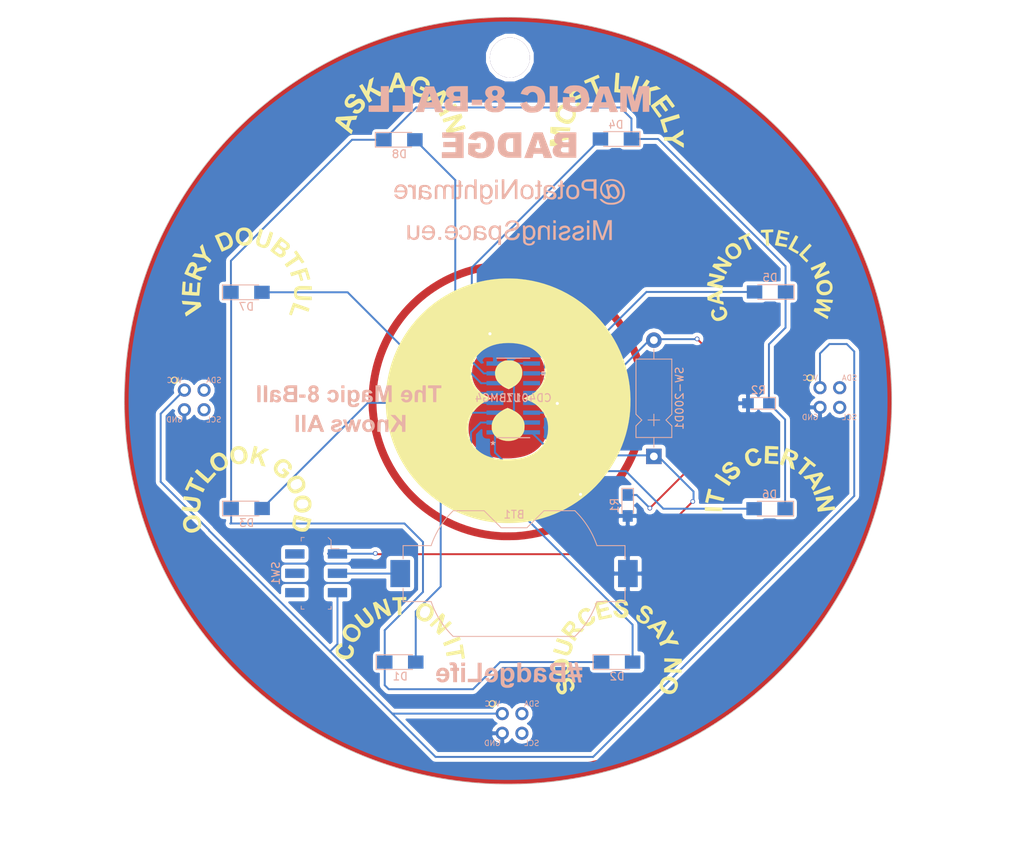
<source format=kicad_pcb>
(kicad_pcb (version 4) (host pcbnew 4.0.7)
  (layers (0 F.Cu signal) (31 B.Cu signal) (34 B.Paste user) (35 F.Paste user) (36 B.SilkS user hide) (37 F.SilkS user) (38 B.Mask user hide) (39 F.Mask user hide) (44 Edge.Cuts user hide))
  (net 0 "")
  (net 1 "Net-(BT1-Pad1)")
  (net 2 "Net-(BT1-Pad2)")
  (net 3 "Net-(D1-Pad1)")
  (net 4 "Net-(D1-Pad2)")
  (net 5 "Net-(D2-Pad2)")
  (net 6 "Net-(D3-Pad2)")
  (net 7 "Net-(D4-Pad2)")
  (net 8 "Net-(D5-Pad2)")
  (net 9 "Net-(D6-Pad2)")
  (net 10 "Net-(D7-Pad2)")
  (net 11 "Net-(D8-Pad2)")
  (net 12 "Net-(R1-Pad1)")
  (net 13 "Net-(U1-Pad15)")
  (net 14 "Net-(U1-Pad11)")
  (net 15 "Net-(U1-Pad12)")
  (net 16 "Net-(X1-Pad4)")
  (net 17 "Net-(X1-Pad3)")
  (net 18 "Net-(X2-Pad4)")
  (net 19 "Net-(X2-Pad3)")
  (net 20 "Net-(X3-Pad4)")
  (net 21 "Net-(X3-Pad3)")
  (net 22 "Net-(SW1-Pad3)")
  (net 23 "Net-(SW-200D1-Pad1)")
  (module LOGO (layer F.Cu) (at 159.3596 95.1992)
    (fp_text reference G*** hide)
    (fp_text value LOGO hide)
  )
  (module LOGO (layer F.Cu) (at 159.3596 95.1992)
    (fp_text reference G*** hide)
    (fp_text value LOGO hide)
    (fp_poly (pts (xy 1.404165 -49.467425) (xy 2.841533 -49.406983) (xy 4.2749 -49.305313) (xy 5.703339 -49.162531) (xy 7.125924 -48.978748) (xy 8.541727 -48.754079) (xy 9.949821 -48.488637) (xy 11.349281 -48.182536) (xy 12.739178 -47.835889) (xy 14.118587 -47.44881) (xy 15.48658 -47.021413) (xy 16.84223 -46.55381) (xy 17.576295 -46.281791) (xy 18.912221 -45.751914) (xy 20.230989 -45.183576) (xy 21.531754 -44.577382) (xy 22.813667 -43.933936) (xy 24.075884 -43.253842) (xy 25.317558 -42.537704) (xy 26.537844 -41.786127) (xy 27.735894 -40.999713) (xy 28.910863 -40.179069) (xy 30.061905 -39.324796) (xy 31.188173 -38.437501) (xy 32.288821 -37.517786) (xy 33.363004 -36.566256) (xy 34.409874 -35.583515) (xy 35.428586 -34.570167) (xy 36.418294 -33.526817) (xy 37.378152 -32.454068) (xy 38.049034 -31.665333) (xy 38.961544 -30.536662) (xy 39.838323 -29.385691) (xy 40.679086 -28.213142) (xy 41.483544 -27.019738) (xy 42.251411 -25.806201) (xy 42.982399 -24.573255) (xy 43.676222 -23.321622) (xy 44.332592 -22.052024) (xy 44.951222 -20.765184) (xy 45.531824 -19.461825) (xy 46.074113 -18.14267) (xy 46.5778 -16.80844) (xy 47.042599 -15.459858) (xy 47.468222 -14.097648) (xy 47.854382 -12.722532) (xy 48.200792 -11.335232) (xy 48.507165 -9.936471) (xy 48.773213 -8.526971) (xy 48.998651 -7.107456) (xy 49.183189 -5.678648) (xy 49.326542 -4.241269) (xy 49.412395 -3.069166) (xy 49.429701 -2.780217) (xy 49.44456 -2.514353) (xy 49.457144 -2.265253) (xy 49.467627 -2.026596) (xy 49.476182 -1.792058) (xy 49.482983 -1.555318) (xy 49.488201 -1.310054) (xy 49.492012 -1.049943) (xy 49.494587 -0.768664) (xy 49.4961 -0.459893) (xy 49.496725 -0.11731) (xy 49.496765 0.010584) (xy 49.496409 0.366373) (xy 49.495223 0.686157) (xy 49.493036 0.976257) (xy 49.489674 1.242995) (xy 49.484963 1.492693) (xy 49.478731 1.731674) (xy 49.470804 1.966259) (xy 49.46101 2.202771) (xy 49.449174 2.447532) (xy 49.435124 2.706864) (xy 49.418686 2.98709) (xy 49.412395 3.090334) (xy 49.302617 4.534763) (xy 49.151356 5.97143) (xy 48.958874 7.399615) (xy 48.725431 8.8186) (xy 48.451288 10.227665) (xy 48.136706 11.626091) (xy 47.781946 13.01316) (xy 47.387268 14.388152) (xy 46.952934 15.750349) (xy 46.479204 17.099031) (xy 45.966339 18.43348) (xy 45.4146 19.752977) (xy 44.824248 21.056802) (xy 44.195543 22.344237) (xy 43.528747 23.614563) (xy 42.82412 24.867061) (xy 42.081923 26.101011) (xy 41.302417 27.315696) (xy 40.485862 28.510395) (xy 39.890463 29.337) (xy 39.017581 30.487569) (xy 38.111888 31.611613) (xy 37.174115 32.708434) (xy 36.204993 33.777336) (xy 35.205254 34.81762) (xy 34.175627 35.828589) (xy 33.116845 36.809545) (xy 32.029638 37.75979) (xy 30.914738 38.678627) (xy 29.772876 39.565359) (xy 28.604782 40.419286) (xy 27.432 41.225841) (xy 26.218155 42.010012) (xy 24.984644 42.756828) (xy 23.732209 43.466023) (xy 22.46159 44.137329) (xy 21.173531 44.770481) (xy 19.868773 45.365213) (xy 18.548058 45.921259) (xy 17.212127 46.438352) (xy 15.861723 46.916227) (xy 14.497586 47.354617) (xy 13.12046 47.753256) (xy 11.731085 48.111877) (xy 10.330204 48.430215) (xy 8.918558 48.708004) (xy 7.49689 48.944977) (xy 6.06594 49.140869) (xy 5.058834 49.253439) (xy 4.073766 49.342492) (xy 3.062533 49.412887) (xy 2.037194 49.464159) (xy 1.009807 49.495841) (xy -0.007567 49.507468) (xy -1.00287 49.498574) (xy -1.185333 49.494601) (xy -2.631863 49.439102) (xy -4.072691 49.341938) (xy -5.507009 49.203354) (xy -6.934014 49.023595) (xy -8.352898 48.802907) (xy -9.762857 48.541536) (xy -11.163084 48.239726) (xy -12.552773 47.897724) (xy -13.931119 47.515774) (xy -15.297317 47.094123) (xy -16.650559 46.633015) (xy -17.990041 46.132696) (xy -19.314956 45.593412) (xy -20.624499 45.015408) (xy -21.917864 44.39893) (xy -23.194245 43.744222) (xy -24.452837 43.051531) (xy -25.692834 42.321101) (xy -26.6065 41.75099) (xy -27.813874 40.954123) (xy -28.996721 40.123005) (xy -30.154267 39.258368) (xy -31.285736 38.360942) (xy -32.390353 37.431458) (xy -33.467342 36.470647) (xy -34.515928 35.479238) (xy -35.535336 34.457963) (xy -36.524791 33.407552) (xy -37.483518 32.328735) (xy -38.410741 31.222244) (xy -39.305685 30.088808) (xy -40.071613 29.061834) (xy -40.903857 27.879402) (xy -41.69943 26.676158) (xy -42.458052 25.452888) (xy -43.179447 24.210376) (xy -43.863334 22.949408) (xy -44.509436 21.670769) (xy -45.117474 20.375246) (xy -45.687169 19.063623) (xy -46.218243 17.736686) (xy -46.710417 16.395221) (xy -47.163413 15.040012) (xy -47.576952 13.671847) (xy -47.950755 12.291509) (xy -48.284545 10.899785) (xy -48.578042 9.497461) (xy -48.830967 8.08532) (xy -49.043043 6.66415) (xy -49.213991 5.234736) (xy -49.343532 3.797862) (xy -49.413125 2.719917) (xy -49.470363 1.263592) (xy -49.485747 -0.189173) (xy -49.479991 -0.505741) (xy -47.719431 -0.505741) (xy -47.71336 0.921938) (xy -47.687454 1.8415) (xy -47.613108 3.265886) (xy -47.49738 4.682748) (xy -47.340501 6.091383) (xy -47.142702 7.49109) (xy -46.904214 8.881166) (xy -46.625266 10.260908) (xy -46.306091 11.629615) (xy -45.946917 12.986583) (xy -45.547977 14.331111) (xy -45.1095 15.662496) (xy -44.631718 16.980035) (xy -44.114861 18.283027) (xy -43.55916 19.570769) (xy -42.964845 20.842558) (xy -42.332146 22.097693) (xy -41.661296 23.33547) (xy -40.952524 24.555188) (xy -40.206061 25.756144) (xy -39.467648 26.871084) (xy -38.652738 28.027729) (xy -37.803509 29.160582) (xy -36.921039 30.268528) (xy -36.006406 31.350452) (xy -35.060691 32.405241) (xy -34.08497 33.431778) (xy -33.080323 34.42895) (xy -32.047829 35.395641) (xy -30.988566 36.330738) (xy -29.903612 37.233126) (xy -28.794046 38.101689) (xy -28.100229 38.61834) (xy -26.938292 39.44112) (xy -25.75683 40.226418) (xy -24.556327 40.974029) (xy -23.337268 41.683751) (xy -22.100135 42.355379) (xy -20.845414 42.988709) (xy -19.573589 43.583537) (xy -18.285143 44.139659) (xy -16.980562 44.656872) (xy -15.660328 45.13497) (xy -14.324926 45.57375) (xy -12.97484 45.973009) (xy -11.610555 46.332541) (xy -10.232554 46.652144) (xy -8.841321 46.931612) (xy -8.03275 47.074526) (xy -7.56796 47.150762) (xy -7.120248 47.220215) (xy -6.682425 47.283767) (xy -6.247302 47.342295) (xy -5.807688 47.396681) (xy -5.356394 47.447802) (xy -4.886231 47.496538) (xy -4.390008 47.543769) (xy -3.860537 47.590373) (xy -3.71475 47.602646) (xy -3.501665 47.618994) (xy -3.253 47.635605) (xy -2.975503 47.652161) (xy -2.675925 47.668345) (xy -2.361014 47.683838) (xy -2.03752 47.698322) (xy -1.712191 47.71148) (xy -1.391776 47.722991) (xy -1.083026 47.73254) (xy -0.814916 47.739321) (xy -0.683846 47.741256) (xy -0.516777 47.742191) (xy -0.320031 47.742197) (xy -0.09993 47.741346) (xy 0.137205 47.739711) (xy 0.385051 47.737364) (xy 0.637289 47.734378) (xy 0.887595 47.730824) (xy 1.129649 47.726775) (xy 1.357129 47.722302) (xy 1.563713 47.717479) (xy 1.74308 47.712377) (xy 1.8415 47.708968) (xy 3.27276 47.633946) (xy 4.695282 47.517877) (xy 6.108484 47.360934) (xy 7.511781 47.163289) (xy 8.90459 46.925116) (xy 10.286327 46.646588) (xy 11.656407 46.327879) (xy 13.014247 45.96916) (xy 14.359263 45.570605) (xy 15.690872 45.132388) (xy 17.008488 44.654681) (xy 18.31153 44.137658) (xy 19.599411 43.581491) (xy 20.87155 42.986354) (xy 22.127361 42.352419) (xy 23.366261 41.67986) (xy 24.587666 40.96885) (xy 24.595667 40.96403) (xy 25.791041 40.219174) (xy 26.964574 39.43839) (xy 28.115332 38.622562) (xy 29.242381 37.772574) (xy 30.344786 36.889309) (xy 31.421613 35.973651) (xy 32.471928 35.026483) (xy 33.494796 34.048689) (xy 34.489283 33.041152) (xy 35.454455 32.004756) (xy 36.389376 30.940385) (xy 37.293114 29.848921) (xy 38.164733 28.731248) (xy 39.003299 27.58825) (xy 39.510824 26.8605) (xy 40.268495 25.715772) (xy 40.995372 24.543421) (xy 41.689818 23.346518) (xy 42.350193 22.128135) (xy 42.97486 20.891342) (xy 43.562179 19.639211) (xy 44.110512 18.374812) (xy 44.346087 17.797702) (xy 44.850581 16.480432) (xy 45.315035 15.149584) (xy 45.739331 13.805661) (xy 46.123354 12.449167) (xy 46.466984 11.080604) (xy 46.770106 9.700475) (xy 47.032602 8.309283) (xy 47.254354 6.907532) (xy 47.435246 5.495725) (xy 47.575161 4.074364) (xy 47.592404 3.862917) (xy 47.664412 2.790636) (xy 47.712661 1.693476) (xy 47.737056 0.581663) (xy 47.737501 -0.53458) (xy 47.7139 -1.64503) (xy 47.666159 -2.739462) (xy 47.655765 -2.921) (xy 47.550577 -4.340869) (xy 47.403784 -5.754008) (xy 47.215531 -7.159719) (xy 46.985965 -8.557305) (xy 46.715233 -9.946068) (xy 46.403482 -11.325311) (xy 46.050857 -12.694336) (xy 45.657506 -14.052445) (xy 45.223575 -15.398941) (xy 44.760617 -16.702467) (xy 44.252525 -18.008949) (xy 43.705847 -19.298531) (xy 43.121134 -20.570446) (xy 42.498937 -21.823931) (xy 41.839809 -23.058221) (xy 41.144299 -24.272549) (xy 40.412961 -25.46615) (xy 39.646344 -26.638261) (xy 38.845001 -27.788115) (xy 38.009482 -28.914947) (xy 37.14034 -30.017993) (xy 36.238126 -31.096486) (xy 35.30339 -32.149663) (xy 34.336685 -33.176757) (xy 33.338562 -34.177004) (xy 32.309572 -35.149639) (xy 31.250267 -36.093896) (xy 30.161198 -37.00901) (xy 30.077834 -37.076853) (xy 28.966379 -37.95228) (xy 27.830592 -38.793538) (xy 26.671444 -39.600109) (xy 25.489911 -40.371476) (xy 24.286967 -41.107122) (xy 23.063585 -41.806528) (xy 21.82074 -42.469177) (xy 20.559406 -43.094552) (xy 19.280558 -43.682136) (xy 17.985169 -44.231409) (xy 16.674213 -44.741856) (xy 15.348665 -45.212959) (xy 14.009499 -45.644199) (xy 13.87475 -45.685147) (xy 12.520198 -46.072477) (xy 11.154199 -46.419284) (xy 9.777885 -46.725463) (xy 8.392383 -46.990915) (xy 6.998825 -47.215537) (xy 5.598338 -47.399226) (xy 4.192054 -47.541882) (xy 2.781101 -47.643401) (xy 1.36661 -47.703683) (xy -0.050291 -47.722624) (xy -1.468471 -47.700124) (xy -2.886802 -47.63608) (xy -4.304153 -47.530391) (xy -5.376333 -47.422561) (xy -6.777049 -47.244758) (xy -8.170624 -47.025592) (xy -9.556 -46.765402) (xy -10.932116 -46.46453) (xy -12.297913 -46.123316) (xy -13.652331 -45.742101) (xy -14.99431 -45.321225) (xy -16.322791 -44.861029) (xy -17.636713 -44.361853) (xy -18.935017 -43.824039) (xy -20.216643 -43.247927) (xy -21.480532 -42.633857) (xy -22.725623 -41.98217) (xy -23.315083 -41.65677) (xy -24.533703 -40.948467) (xy -25.731864 -40.203695) (xy -26.90834 -39.42345) (xy -28.061906 -38.608732) (xy -29.191336 -37.760539) (xy -30.295404 -36.879868) (xy -31.372885 -35.967717) (xy -32.422554 -35.025085) (xy -33.443184 -34.05297) (xy -34.43355 -33.052369) (xy -35.392427 -32.024281) (xy -36.038939 -31.294916) (xy -36.956092 -30.206428) (xy -37.839445 -29.093456) (xy -38.688396 -27.956935) (xy -39.502344 -26.797802) (xy -40.28069 -25.616992) (xy -41.022831 -24.415441) (xy -41.728168 -23.194085) (xy -42.396099 -21.953859) (xy -43.026023 -20.695699) (xy -43.508103 -19.663833) (xy -44.070385 -18.369847) (xy -44.593032 -17.06136) (xy -45.075897 -15.739135) (xy -45.518832 -14.403932) (xy -45.921688 -13.056514) (xy -46.284317 -11.697643) (xy -46.606572 -10.32808) (xy -46.888304 -8.948586) (xy -47.129365 -7.559924) (xy -47.329608 -6.162854) (xy -47.488884 -4.75814) (xy -47.607045 -3.346541) (xy -47.683943 -1.928821) (xy -47.719431 -0.505741) (xy -49.479991 -0.505741) (xy -49.459405 -1.637685) (xy -49.391466 -3.081255) (xy -49.282058 -4.519191) (xy -49.13131 -5.950802) (xy -48.939349 -7.375397) (xy -48.706303 -8.792284) (xy -48.432302 -10.200774) (xy -48.117473 -11.600174) (xy -47.761943 -12.989793) (xy -47.365843 -14.36894) (xy -46.929299 -15.736925) (xy -46.45244 -17.093056) (xy -45.935395 -18.436643) (xy -45.37829 -19.766993) (xy -45.142658 -20.298833) (xy -44.532904 -21.602113) (xy -43.885936 -22.885638) (xy -43.202366 -24.148653) (xy -42.482808 -25.390405) (xy -41.727878 -26.610139) (xy -40.938188 -27.807101) (xy -40.114352 -28.980539) (xy -39.256985 -30.129698) (xy -38.366701 -31.253823) (xy -37.444113 -32.352162) (xy -36.489835 -33.42396) (xy -35.504481 -34.468464) (xy -34.488666 -35.484918) (xy -33.443003 -36.472571) (xy -32.368106 -37.430667) (xy -31.264588 -38.358453) (xy -30.133065 -39.255175) (xy -29.03942 -40.072748) (xy -27.861555 -40.90233) (xy -26.661922 -41.695872) (xy -25.441396 -42.453033) (xy -24.200849 -43.17347) (xy -22.941158 -43.856843) (xy -21.663194 -44.50281) (xy -20.367834 -45.111029) (xy -19.055951 -45.681158) (xy -17.728419 -46.212858) (xy -16.386113 -46.705785) (xy -15.029906 -47.159598) (xy -13.660673 -47.573957) (xy -12.279288 -47.948519) (xy -10.886625 -48.282942) (xy -9.483558 -48.576886) (xy -8.070962 -48.830009) (xy -6.649711 -49.04197) (xy -5.81025 -49.147256) (xy -4.36678 -49.294653) (xy -2.922677 -49.400254) (xy -1.478867 -49.464174) (xy -0.036277 -49.486527) (xy 1.404165 -49.467425)) (layer F.Cu) (width 0.01))
    (fp_poly (pts (xy 1.214904 -17.95037) (xy 2.073601 -17.872182) (xy 2.929641 -17.752344) (xy 3.598334 -17.629058) (xy 4.45267 -17.433291) (xy 5.292307 -17.19792) (xy 6.116548 -16.923291) (xy 6.924697 -16.60975) (xy 7.71606 -16.257643) (xy 8.489939 -15.867316) (xy 9.24564 -15.439115) (xy 9.982466 -14.973386) (xy 10.699723 -14.470474) (xy 11.396714 -13.930727) (xy 11.916834 -13.492262) (xy 12.039961 -13.381571) (xy 12.185904 -13.245282) (xy 12.348978 -13.089098) (xy 12.523495 -12.918722) (xy 12.703769 -12.739857) (xy 12.884115 -12.558206) (xy 13.058847 -12.379471) (xy 13.222277 -12.209356) (xy 13.36872 -12.053563) (xy 13.49249 -11.917795) (xy 13.537303 -11.867017) (xy 14.103791 -11.185691) (xy 14.63255 -10.485248) (xy 15.123747 -9.765441) (xy 15.577548 -9.026022) (xy 15.994119 -8.266744) (xy 16.103653 -8.051469) (xy 16.47509 -7.262134) (xy 16.80688 -6.458883) (xy 17.098803 -5.643115) (xy 17.350638 -4.816231) (xy 17.562166 -3.979631) (xy 17.733167 -3.134717) (xy 17.863421 -2.28289) (xy 17.952708 -1.425549) (xy 18.000808 -0.564096) (xy 18.007501 0.300069) (xy 17.972568 1.165545) (xy 17.895787 2.030931) (xy 17.799674 2.751038) (xy 17.646781 3.60669) (xy 17.454012 4.449468) (xy 17.222172 5.278219) (xy 16.952065 6.09179) (xy 16.644493 6.889026) (xy 16.30026 7.668774) (xy 15.92017 8.429882) (xy 15.505027 9.171195) (xy 15.055633 9.89156) (xy 14.572794 10.589824) (xy 14.057311 11.264833) (xy 13.50999 11.915434) (xy 12.931632 12.540472) (xy 12.323043 13.138796) (xy 11.685025 13.70925) (xy 11.018383 14.250683) (xy 10.323919 14.76194) (xy 9.602437 15.241867) (xy 8.854742 15.689312) (xy 8.741834 15.752744) (xy 7.977019 16.154769) (xy 7.195593 16.517863) (xy 6.397547 16.842029) (xy 5.582876 17.127267) (xy 4.751572 17.373581) (xy 3.90363 17.580972) (xy 3.039043 17.749441) (xy 2.157804 17.878992) (xy 1.259907 17.969625) (xy 1.248834 17.970492) (xy 1.130331 17.977804) (xy 0.976701 17.98432) (xy 0.795144 17.989969) (xy 0.592861 17.994679) (xy 0.37705 17.998377) (xy 0.154913 18.000992) (xy -0.066351 18.002452) (xy -0.279542 18.002685) (xy -0.47746 18.001619) (xy -0.652904 17.999182) (xy -0.798674 17.995303) (xy -0.878416 17.991735) (xy -1.770082 17.921313) (xy -2.647636 17.811) (xy -3.511314 17.660736) (xy -4.361349 17.470458) (xy -5.197977 17.240104) (xy -6.021431 16.969613) (xy -6.831945 16.658924) (xy -7.629755 16.307974) (xy -8.051469 16.103653) (xy -8.817956 15.696674) (xy -9.561552 15.254501) (xy -10.281188 14.778215) (xy -10.975793 14.268896) (xy -11.644298 13.727626) (xy -12.285632 13.155486) (xy -12.898726 12.553558) (xy -13.482511 11.922923) (xy -14.035915 11.264661) (xy -14.55787 10.579855) (xy -15.047306 9.869586) (xy -15.503152 9.134934) (xy -15.924339 8.376981) (xy -16.162763 7.90575) (xy -16.510351 7.152238) (xy -16.819685 6.39474) (xy -17.091622 5.630048) (xy -17.327021 4.85495) (xy -17.52674 4.066237) (xy -17.691636 3.2607) (xy -17.822566 2.435128) (xy -17.92039 1.586312) (xy -17.953021 1.2065) (xy -17.960793 1.076978) (xy -17.967178 0.912044) (xy -17.972175 0.718596) (xy -17.975786 0.503532) (xy -17.978012 0.27375) (xy -17.978852 0.036148) (xy -17.978547 -0.097771) (xy -16.974172 -0.097771) (xy -16.974139 0.129929) (xy -16.972751 0.353578) (xy -16.970007 0.56545) (xy -16.965907 0.757818) (xy -16.960451 0.922953) (xy -16.954 1.04775) (xy -16.87629 1.910067) (xy -16.758266 2.759655) (xy -16.60017 3.595936) (xy -16.40224 4.418333) (xy -16.164715 5.226266) (xy -15.887837 6.019157) (xy -15.571843 6.796428) (xy -15.216973 7.557501) (xy -14.823468 8.301796) (xy -14.391566 9.028737) (xy -13.921508 9.737743) (xy -13.413532 10.428238) (xy -12.867879 11.099642) (xy -12.719656 11.27125) (xy -12.597073 11.407522) (xy -12.449206 11.565537) (xy -12.282433 11.738937) (xy -12.103134 11.921366) (xy -11.917687 12.106468) (xy -11.732472 12.287886) (xy -11.553867 12.459264) (xy -11.388252 12.614245) (xy -11.242006 12.746472) (xy -11.218333 12.767277) (xy -10.557699 13.317669) (xy -9.877891 13.830346) (xy -9.178509 14.305538) (xy -8.459149 14.743472) (xy -7.71941 15.144378) (xy -6.958891 15.508486) (xy -6.177188 15.836024) (xy -5.373901 16.12722) (xy -5.249333 16.168496) (xy -4.483616 16.398701) (xy -3.704306 16.593056) (xy -2.917508 16.750351) (xy -2.129329 16.869379) (xy -1.345876 16.948931) (xy -1.280583 16.95377) (xy -1.162551 16.962356) (xy -1.053762 16.970437) (xy -0.963953 16.977277) (xy -0.902863 16.982142) (xy -0.889 16.983339) (xy -0.825858 16.986845) (xy -0.726483 16.989581) (xy -0.596971 16.991574) (xy -0.443413 16.99285) (xy -0.271905 16.993436) (xy -0.088539 16.993358) (xy 0.100591 16.992643) (xy 0.28939 16.991318) (xy 0.471766 16.989409) (xy 0.641624 16.986942) (xy 0.792872 16.983944) (xy 0.919414 16.980442) (xy 1.015158 16.976462) (xy 1.040775 16.974927) (xy 1.907938 16.896028) (xy 2.760753 16.777455) (xy 3.598891 16.61933) (xy 4.422023 16.421773) (xy 5.22982 16.184906) (xy 6.021954 15.90885) (xy 6.798095 15.593725) (xy 7.557915 15.239653) (xy 8.301085 14.846754) (xy 9.027277 14.415149) (xy 9.736161 13.94496) (xy 10.212456 13.600025) (xy 10.512754 13.370825) (xy 10.790361 13.149865) (xy 11.053864 12.929664) (xy 11.311852 12.702742) (xy 11.572913 12.461619) (xy 11.845633 12.198816) (xy 12.023026 12.023026) (xy 12.303252 11.738486) (xy 12.557135 11.470929) (xy 12.792109 11.211817) (xy 13.015607 10.952615) (xy 13.235065 10.684786) (xy 13.457916 10.399794) (xy 13.599415 10.212917) (xy 14.09597 9.515484) (xy 14.554183 8.800205) (xy 14.973891 8.067523) (xy 15.354932 7.317882) (xy 15.69714 6.551726) (xy 16.000354 5.769498) (xy 16.26441 4.971642) (xy 16.489145 4.158602) (xy 16.674395 3.330821) (xy 16.819997 2.488743) (xy 16.925788 1.632812) (xy 16.975058 1.040775) (xy 16.9822 0.903527) (xy 16.987868 0.731889) (xy 16.992062 0.533777) (xy 16.99478 0.317109) (xy 16.996025 0.0898) (xy 16.995795 -0.140232) (xy 16.99409 -0.365071) (xy 16.990911 -0.576798) (xy 16.986258 -0.767498) (xy 16.98013 -0.929254) (xy 16.975058 -1.019608) (xy 16.896558 -1.885535) (xy 16.778275 -2.737297) (xy 16.620285 -3.574666) (xy 16.422665 -4.397412) (xy 16.185492 -5.205307) (xy 15.908844 -5.998123) (xy 15.592796 -6.775631) (xy 15.237425 -7.537603) (xy 14.84281 -8.28381) (xy 14.409026 -9.014023) (xy 14.153881 -9.408583) (xy 13.670409 -10.096734) (xy 13.152156 -10.761524) (xy 12.600802 -11.401095) (xy 12.01803 -12.013591) (xy 11.405522 -12.597155) (xy 10.764962 -13.149929) (xy 10.76325 -13.151334) (xy 10.109159 -13.660762) (xy 9.429328 -14.137329) (xy 8.725751 -14.580156) (xy 8.00042 -14.988366) (xy 7.25533 -15.361081) (xy 6.492473 -15.697423) (xy 5.713844 -15.996514) (xy 4.921435 -16.257476) (xy 4.117241 -16.479432) (xy 3.303254 -16.661504) (xy 2.481468 -16.802814) (xy 2.465917 -16.80508) (xy 2.219834 -16.840052) (xy 1.998097 -16.869581) (xy 1.793897 -16.894114) (xy 1.600426 -16.914099) (xy 1.410876 -16.929981) (xy 1.218438 -16.942207) (xy 1.016305 -16.951225) (xy 0.797668 -16.957481) (xy 0.555719 -16.961421) (xy 0.28365 -16.963493) (xy 0.042334 -16.964102) (xy -0.211344 -16.964163) (xy -0.428942 -16.963645) (xy -0.616714 -16.96227) (xy -0.780914 -16.959758) (xy -0.927794 -16.95583) (xy -1.063609 -16.950206) (xy -1.19461 -16.942608) (xy -1.327052 -16.932755) (xy -1.467187 -16.920369) (xy -1.621269 -16.905171) (xy -1.795551 -16.88688) (xy -1.87325 -16.878535) (xy -2.685593 -16.769822) (xy -3.494581 -16.619638) (xy -4.297882 -16.428838) (xy -5.093169 -16.198271) (xy -5.87811 -15.92879) (xy -6.650376 -15.621246) (xy -7.407637 -15.27649) (xy -8.147564 -14.895376) (xy -8.867826 -14.478753) (xy -9.440101 -14.112583) (xy -10.004227 -13.719452) (xy -10.540372 -13.312521) (xy -11.0573 -12.88457) (xy -11.563773 -12.428378) (xy -12.01292 -11.992687) (xy -12.311597 -11.688085) (xy -12.583848 -11.398482) (xy -12.837836 -11.114467) (xy -13.08172 -10.826626) (xy -13.323662 -10.525546) (xy -13.571822 -10.201816) (xy -13.611061 -10.149416) (xy -14.101528 -9.457555) (xy -14.554846 -8.745706) (xy -14.970679 -8.014784) (xy -15.348695 -7.265701) (xy -15.688558 -6.499367) (xy -15.989935 -5.716696) (xy -16.252491 -4.918599) (xy -16.475891 -4.105989) (xy -16.659803 -3.279777) (xy -16.803891 -2.440876) (xy -16.907821 -1.590198) (xy -16.954 -1.026583) (xy -16.960746 -0.894536) (xy -16.966136 -0.727904) (xy -16.970171 -0.534415) (xy -16.972849 -0.321795) (xy -16.974172 -0.097771) (xy -17.978547 -0.097771) (xy -17.978308 -0.202374) (xy -17.976381 -0.43492) (xy -17.973071 -0.654591) (xy -17.968378 -0.854488) (xy -17.962303 -1.027714) (xy -17.954848 -1.16737) (xy -17.952793 -1.195916) (xy -17.867431 -2.069465) (xy -17.747101 -2.920653) (xy -17.591136 -3.751934) (xy -17.398868 -4.565757) (xy -17.169632 -5.364575) (xy -16.902758 -6.150837) (xy -16.597581 -6.926996) (xy -16.253433 -7.695503) (xy -16.095322 -8.020168) (xy -15.687713 -8.790615) (xy -15.245356 -9.537576) (xy -14.769263 -10.26004) (xy -14.260446 -10.957) (xy -13.719915 -11.627446) (xy -13.148681 -12.270369) (xy -12.547757 -12.884761) (xy -11.918152 -13.469612) (xy -11.260879 -14.023913) (xy -10.576949 -14.546657) (xy -9.867372 -15.036832) (xy -9.133161 -15.493432) (xy -8.375326 -15.915446) (xy -7.979833 -16.117143) (xy -7.190283 -16.484269) (xy -6.386994 -16.811885) (xy -5.571458 -17.099797) (xy -4.745164 -17.347809) (xy -3.909602 -17.555728) (xy -3.066265 -17.723358) (xy -2.216641 -17.850505) (xy -1.362222 -17.936975) (xy -0.504498 -17.982572) (xy 0.355041 -17.987102) (xy 1.214904 -17.95037)) (layer F.Cu) (width 0.01))
    (fp_poly (pts (xy 0.223667 -7.312338) (xy 0.414469 -7.309688) (xy 0.591491 -7.305012) (xy 0.746726 -7.298317) (xy 0.872164 -7.289606) (xy 0.92075 -7.284551) (xy 1.378528 -7.215213) (xy 1.803371 -7.121931) (xy 2.197957 -7.003657) (xy 2.564961 -6.859337) (xy 2.907059 -6.687923) (xy 3.226928 -6.488361) (xy 3.52425 -6.262104) (xy 3.805932 -6.002468) (xy 4.048731 -5.726143) (xy 4.252757 -5.432881) (xy 4.41812 -5.122436) (xy 4.544929 -4.794562) (xy 4.633293 -4.449012) (xy 4.683322 -4.08554) (xy 4.695125 -3.703899) (xy 4.693083 -3.630083) (xy 4.660565 -3.249942) (xy 4.591262 -2.890456) (xy 4.484611 -2.550361) (xy 4.340046 -2.228397) (xy 4.157001 -1.923302) (xy 3.934913 -1.633813) (xy 3.677898 -1.36314) (xy 3.547712 -1.241704) (xy 3.429052 -1.138626) (xy 3.309858 -1.044394) (xy 3.178071 -0.949493) (xy 3.02163 -0.84441) (xy 3.013928 -0.839363) (xy 2.87243 -0.751563) (xy 2.705537 -0.655758) (xy 2.526926 -0.559253) (xy 2.350276 -0.469353) (xy 2.189264 -0.393364) (xy 2.132373 -0.368529) (xy 2.064057 -0.336896) (xy 2.015368 -0.309159) (xy 1.99554 -0.290683) (xy 1.995608 -0.289093) (xy 2.017145 -0.27512) (xy 2.070416 -0.252155) (xy 2.146711 -0.223719) (xy 2.213253 -0.201099) (xy 2.61882 -0.051864) (xy 2.989928 0.119846) (xy 3.329067 0.315844) (xy 3.638727 0.537942) (xy 3.921395 0.787953) (xy 4.179563 1.06769) (xy 4.41572 1.378966) (xy 4.447618 1.425836) (xy 4.650735 1.762346) (xy 4.812247 2.10567) (xy 4.932556 2.457381) (xy 5.012065 2.819051) (xy 5.051176 3.19225) (xy 5.050291 3.578551) (xy 5.038936 3.735917) (xy 4.986639 4.135639) (xy 4.904665 4.506847) (xy 4.791798 4.852358) (xy 4.646828 5.174991) (xy 4.468541 5.477564) (xy 4.255724 5.762895) (xy 4.083936 5.955578) (xy 3.801499 6.226841) (xy 3.499231 6.468948) (xy 3.175237 6.682672) (xy 2.827617 6.868784) (xy 2.454476 7.028059) (xy 2.053917 7.161269) (xy 1.624042 7.269186) (xy 1.162953 7.352582) (xy 0.668755 7.412232) (xy 0.465667 7.429298) (xy 0.329944 7.436986) (xy 0.164992 7.442509) (xy -0.019596 7.445882) (xy -0.214228 7.44712) (xy -0.40931 7.446238) (xy -0.595249 7.443252) (xy -0.762453 7.438175) (xy -0.901327 7.431023) (xy -0.9525 7.42709) (xy -1.430458 7.368039) (xy -1.885956 7.277655) (xy -2.317708 7.156618) (xy -2.724429 7.005609) (xy -3.104832 6.825306) (xy -3.457632 6.616391) (xy -3.781544 6.379543) (xy -4.075281 6.115442) (xy -4.337559 5.82477) (xy -4.560345 5.518606) (xy -4.73677 5.209446) (xy -4.878393 4.88028) (xy -4.985274 4.535122) (xy -5.057468 4.177985) (xy -5.095034 3.812884) (xy -5.09803 3.443833) (xy -5.083444 3.273058) (xy -2.069498 3.273058) (xy -2.057118 3.544219) (xy -2.006305 3.797842) (xy -1.9171 4.033786) (xy -1.789548 4.251907) (xy -1.623692 4.452065) (xy -1.58453 4.491288) (xy -1.375477 4.665776) (xy -1.137848 4.812995) (xy -0.877335 4.93053) (xy -0.599631 5.015966) (xy -0.310429 5.066887) (xy -0.205789 5.076225) (xy 0.004225 5.082981) (xy 0.21876 5.076894) (xy 0.424338 5.058894) (xy 0.607482 5.029911) (xy 0.670419 5.015707) (xy 0.954986 4.92638) (xy 1.211257 4.808249) (xy 1.437892 4.662531) (xy 1.63355 4.49044) (xy 1.796891 4.293192) (xy 1.926575 4.072001) (xy 2.021261 3.828083) (xy 2.035458 3.77825) (xy 2.060848 3.648449) (xy 2.077198 3.489793) (xy 2.084506 3.314782) (xy 2.082771 3.135917) (xy 2.071993 2.9657) (xy 2.05217 2.816632) (xy 2.035544 2.741084) (xy 1.941811 2.473112) (xy 1.80861 2.219724) (xy 1.636355 1.981306) (xy 1.425461 1.758246) (xy 1.176341 1.55093) (xy 0.889411 1.359748) (xy 0.565083 1.185084) (xy 0.203773 1.027328) (xy 0.201922 1.026602) (xy -0.051239 0.927235) (xy -0.168494 0.974986) (xy -0.23879 1.005419) (xy -0.332119 1.048282) (xy -0.433809 1.096755) (xy -0.491806 1.125235) (xy -0.823002 1.307504) (xy -1.114914 1.505348) (xy -1.367692 1.718948) (xy -1.581486 1.948483) (xy -1.756446 2.194133) (xy -1.892722 2.456079) (xy -1.990465 2.7345) (xy -2.043401 2.9845) (xy -2.069498 3.273058) (xy -5.083444 3.273058) (xy -5.066514 3.074846) (xy -5.000542 2.709936) (xy -4.900173 2.353117) (xy -4.765464 2.008405) (xy -4.596473 1.679812) (xy -4.503005 1.528698) (xy -4.292928 1.236945) (xy -4.05773 0.965739) (xy -3.794461 0.712629) (xy -3.500174 0.475165) (xy -3.171919 0.250896) (xy -2.806748 0.037371) (xy -2.545291 -0.098258) (xy -2.432092 -0.155215) (xy -2.333174 -0.206547) (xy -2.254359 -0.249107) (xy -2.201465 -0.279742) (xy -2.180314 -0.295305) (xy -2.180166 -0.29585) (xy -2.197788 -0.313808) (xy -2.241001 -0.336249) (xy -2.248958 -0.339498) (xy -2.338542 -0.378252) (xy -2.453971 -0.433145) (xy -2.584702 -0.498682) (xy -2.720191 -0.56937) (xy -2.849895 -0.639714) (xy -2.963272 -0.704219) (xy -3.045586 -0.754652) (xy -3.376582 -0.99066) (xy -3.668639 -1.243016) (xy -3.922024 -1.512101) (xy -4.137007 -1.798299) (xy -4.313855 -2.101991) (xy -4.452838 -2.423561) (xy -4.554223 -2.76339) (xy -4.594936 -2.963333) (xy -4.617347 -3.137057) (xy -4.631263 -3.338341) (xy -4.634723 -3.478223) (xy -1.637934 -3.478223) (xy -1.637913 -3.471333) (xy -1.631237 -3.280002) (xy -1.611069 -3.115345) (xy -1.574765 -2.963115) (xy -1.519683 -2.809068) (xy -1.511314 -2.7889) (xy -1.395974 -2.566978) (xy -1.241304 -2.353678) (xy -1.049815 -2.151179) (xy -0.824018 -1.96166) (xy -0.566422 -1.787301) (xy -0.27954 -1.63028) (xy -0.0635 -1.532209) (xy 0.004874 -1.505648) (xy 0.060835 -1.487572) (xy 0.085874 -1.482561) (xy 0.115898 -1.491259) (xy 0.175917 -1.515769) (xy 0.258199 -1.552698) (xy 0.355012 -1.598655) (xy 0.392791 -1.617181) (xy 0.699319 -1.786082) (xy 0.9668 -1.970464) (xy 1.195845 -2.170988) (xy 1.387062 -2.388319) (xy 1.541061 -2.623118) (xy 1.65845 -2.876048) (xy 1.717633 -3.058583) (xy 1.745411 -3.199619) (xy 1.76172 -3.367445) (xy 1.766554 -3.548101) (xy 1.759906 -3.727627) (xy 1.741772 -3.892061) (xy 1.71805 -4.00686) (xy 1.637617 -4.233369) (xy 1.525033 -4.434105) (xy 1.37773 -4.613581) (xy 1.365214 -4.626308) (xy 1.179211 -4.786917) (xy 0.973822 -4.91351) (xy 0.746763 -5.00693) (xy 0.495745 -5.068018) (xy 0.218484 -5.097617) (xy 0.076603 -5.100888) (xy -0.208558 -5.082441) (xy -0.473775 -5.02844) (xy -0.717379 -4.939853) (xy -0.937704 -4.817648) (xy -1.133084 -4.662794) (xy -1.301851 -4.476258) (xy -1.442338 -4.259008) (xy -1.472069 -4.201583) (xy -1.540908 -4.052104) (xy -1.588623 -3.919519) (xy -1.618505 -3.789338) (xy -1.633845 -3.647069) (xy -1.637934 -3.478223) (xy -4.634723 -3.478223) (xy -4.63658 -3.553255) (xy -4.633193 -3.767864) (xy -4.620997 -3.968237) (xy -4.603632 -4.116916) (xy -4.527505 -4.486964) (xy -4.414333 -4.837375) (xy -4.263736 -5.168796) (xy -4.075336 -5.481874) (xy -3.848754 -5.777257) (xy -3.583611 -6.055593) (xy -3.347913 -6.262807) (xy -3.023868 -6.500588) (xy -2.669346 -6.710337) (xy -2.286242 -6.891307) (xy -1.876448 -7.042749) (xy -1.441858 -7.163913) (xy -0.984366 -7.254051) (xy -0.762 -7.285482) (xy -0.656712 -7.295071) (xy -0.517149 -7.302609) (xy -0.351321 -7.3081) (xy -0.167237 -7.311549) (xy 0.027096 -7.31296) (xy 0.223667 -7.312338)) (layer F.Cu) (width 0.01))
  )
  (module LOGO (layer F.Cu) (at 159.3596 95.1992)
    (fp_text reference G*** hide)
    (fp_text value LOGO hide)
  )
  (module LOGO (layer F.Cu) (at 159.3596 95.1992)
    (fp_text reference G*** hide)
    (fp_text value LOGO hide)
  )
  (module Wire_Pads:SolderWirePad_single_0-8mmDrill (layer F.Cu) (at 159.59309 50.917872)
    (fp_text reference "" (at 0 0) (layer F.SilkS))
    (fp_text value "" (at 0 0) (layer F.SilkS))
    (pad 1 thru_hole circle (at 0 0) (size 5.147986 5.147986) (drill 5.147986) (layers *.Cu *.Mask))
  )
  (module Battery_Holders:Keystone_1058_1x2032-CoinCell (layer B.Cu) (at 160.134201 117.511229)
    (fp_text reference BT1 (at 0 -7.62) (layer B.SilkS) (effects (justify mirror)))
    (fp_text value Battery_Cell)
    (pad 1 smd rect (at -14.68 0) (size 2.54 3.51) (layers B.Cu B.Paste B.Mask) (net 1 "Net-(BT1-Pad1)"))
    (pad 2 smd rect (at 14.68 0) (size 2.54 3.51) (layers B.Cu B.Paste B.Mask) (net 2 "Net-(BT1-Pad2)"))
  )
  (module LEDs:LED_1206_HandSoldering (layer B.Cu) (at 145.452601 128.9338)
    (fp_text reference D1 (at 0 1.85) (layer B.SilkS) (effects (justify mirror)))
    (fp_text value LED)
    (pad 1 smd rect (at -2 0) (size 2 1.7) (layers B.Cu B.Paste B.Mask) (net 3 "Net-(D1-Pad1)"))
    (pad 2 smd rect (at 2 0) (size 2 1.7) (layers B.Cu B.Paste B.Mask) (net 4 "Net-(D1-Pad2)"))
  )
  (module LEDs:LED_1206_HandSoldering (layer B.Cu) (at 173.424201 128.9338)
    (fp_text reference D2 (at 0 1.85) (layer B.SilkS) (effects (justify mirror)))
    (fp_text value LED)
    (pad 1 smd rect (at -2 0) (size 2 1.7) (layers B.Cu B.Paste B.Mask) (net 3 "Net-(D1-Pad1)"))
    (pad 2 smd rect (at 2 0) (size 2 1.7) (layers B.Cu B.Paste B.Mask) (net 5 "Net-(D2-Pad2)"))
  )
  (module LEDs:LED_1206_HandSoldering (layer B.Cu) (at 125.640601 109.113)
    (fp_text reference D3 (at 0 1.85) (layer B.SilkS) (effects (justify mirror)))
    (fp_text value LED)
    (pad 1 smd rect (at -2 0) (size 2 1.7) (layers B.Cu B.Paste B.Mask) (net 3 "Net-(D1-Pad1)"))
    (pad 2 smd rect (at 2 0) (size 2 1.7) (layers B.Cu B.Paste B.Mask) (net 6 "Net-(D3-Pad2)"))
  )
  (module LEDs:LED_1206_HandSoldering (layer B.Cu) (at 173.276199 61.4226 180)
    (fp_text reference D4 (at 0 1.85 180) (layer B.SilkS) (effects (justify mirror)))
    (fp_text value LED)
    (pad 1 smd rect (at -2 0 180) (size 2 1.7) (layers B.Cu B.Paste B.Mask) (net 3 "Net-(D1-Pad1)"))
    (pad 2 smd rect (at 2 0 180) (size 2 1.7) (layers B.Cu B.Paste B.Mask) (net 7 "Net-(D4-Pad2)"))
  )
  (module LEDs:LED_1206_HandSoldering (layer B.Cu) (at 193.154799 81.1672 180)
    (fp_text reference D5 (at 0 1.85 180) (layer B.SilkS) (effects (justify mirror)))
    (fp_text value LED)
    (pad 1 smd rect (at -2 0 180) (size 2 1.7) (layers B.Cu B.Paste B.Mask) (net 3 "Net-(D1-Pad1)"))
    (pad 2 smd rect (at 2 0 180) (size 2 1.7) (layers B.Cu B.Paste B.Mask) (net 8 "Net-(D5-Pad2)"))
  )
  (module LEDs:LED_1206_HandSoldering (layer B.Cu) (at 193.095799 109.1374 180)
    (fp_text reference D6 (at 0 1.85 180) (layer B.SilkS) (effects (justify mirror)))
    (fp_text value LED)
    (pad 1 smd rect (at -2 0 180) (size 2 1.7) (layers B.Cu B.Paste B.Mask) (net 3 "Net-(D1-Pad1)"))
    (pad 2 smd rect (at 2 0 180) (size 2 1.7) (layers B.Cu B.Paste B.Mask) (net 9 "Net-(D6-Pad2)"))
  )
  (module LEDs:LED_1206_HandSoldering (layer B.Cu) (at 125.613801 81.2102)
    (fp_text reference D7 (at 0 1.85) (layer B.SilkS) (effects (justify mirror)))
    (fp_text value LED)
    (pad 1 smd rect (at -2 0) (size 2 1.7) (layers B.Cu B.Paste B.Mask) (net 3 "Net-(D1-Pad1)"))
    (pad 2 smd rect (at 2 0) (size 2 1.7) (layers B.Cu B.Paste B.Mask) (net 10 "Net-(D7-Pad2)"))
  )
  (module LEDs:LED_1206_HandSoldering (layer B.Cu) (at 145.341401 61.5222)
    (fp_text reference D8 (at 0 1.85) (layer B.SilkS) (effects (justify mirror)))
    (fp_text value LED)
    (pad 1 smd rect (at -2 0) (size 2 1.7) (layers B.Cu B.Paste B.Mask) (net 3 "Net-(D1-Pad1)"))
    (pad 2 smd rect (at 2 0) (size 2 1.7) (layers B.Cu B.Paste B.Mask) (net 11 "Net-(D8-Pad2)"))
  )
  (module LEDs:LED_0805_HandSoldering (layer B.Cu) (at 174.7948 108.721601 270)
    (fp_text reference R1 (at 0 1.7 270) (layer B.SilkS) (effects (justify mirror)))
    (fp_text value 10K)
    (pad 1 smd rect (at -1.35 0 270) (size 1.5 1.3) (layers B.Cu B.Paste B.Mask) (net 12 "Net-(R1-Pad1)"))
    (pad 2 smd rect (at 1.35 0 270) (size 1.5 1.3) (layers B.Cu B.Paste B.Mask) (net 2 "Net-(BT1-Pad2)"))
  )
  (module LEDs:LED_0805_HandSoldering (layer B.Cu) (at 191.658999 95.5342 180)
    (fp_text reference R2 (at 0 1.7 180) (layer B.SilkS) (effects (justify mirror)))
    (fp_text value 470R)
    (pad 1 smd rect (at -1.35 0 180) (size 1.5 1.3) (layers B.Cu B.Paste B.Mask) (net 3 "Net-(D1-Pad1)"))
    (pad 2 smd rect (at 1.35 0 180) (size 1.5 1.3) (layers B.Cu B.Paste B.Mask) (net 2 "Net-(BT1-Pad2)"))
  )
  (module footprints:CD4017BM96 (layer B.Cu) (at 160.033581 94.841999)
    (fp_text reference U1 (at 0 0) (layer B.SilkS) (effects (justify mirror)))
    (fp_text value CD4017BMG4 (at 0 0) (layer B.SilkS) (effects (justify mirror)))
    (fp_text user * (at -2.6162 6.1468) (layer B.SilkS) (effects (justify mirror)))
    (pad 1 smd rect (at -2.3622 4.445) (size 2.1844 0.5588) (layers B.Cu B.Paste B.Mask) (net 9 "Net-(D6-Pad2)"))
    (pad 2 smd rect (at -2.3622 3.175) (size 2.1844 0.5588) (layers B.Cu B.Paste B.Mask) (net 5 "Net-(D2-Pad2)"))
    (pad 3 smd rect (at -2.3622 1.905) (size 2.1844 0.5588) (layers B.Cu B.Paste B.Mask) (net 4 "Net-(D1-Pad2)"))
    (pad 4 smd rect (at -2.3622 0.635) (size 2.1844 0.5588) (layers B.Cu B.Paste B.Mask) (net 6 "Net-(D3-Pad2)"))
    (pad 5 smd rect (at -2.3622 -0.635) (size 2.1844 0.5588) (layers B.Cu B.Paste B.Mask) (net 10 "Net-(D7-Pad2)"))
    (pad 6 smd rect (at -2.3622 -1.905) (size 2.1844 0.5588) (layers B.Cu B.Paste B.Mask) (net 11 "Net-(D8-Pad2)"))
    (pad 7 smd rect (at -2.3622 -3.175) (size 2.1844 0.5588) (layers B.Cu B.Paste B.Mask) (net 7 "Net-(D4-Pad2)"))
    (pad 8 smd rect (at -2.3622 -4.445) (size 2.1844 0.5588) (layers B.Cu B.Paste B.Mask) (net 2 "Net-(BT1-Pad2)"))
    (pad 9 smd rect (at 2.3622 -4.445) (size 2.1844 0.5588) (layers B.Cu B.Paste B.Mask) (net 13 "Net-(U1-Pad15)"))
    (pad 10 smd rect (at 2.3622 -3.175) (size 2.1844 0.5588) (layers B.Cu B.Paste B.Mask) (net 8 "Net-(D5-Pad2)"))
    (pad 11 smd rect (at 2.3622 -1.905) (size 2.1844 0.5588) (layers B.Cu B.Paste B.Mask) (net 14 "Net-(U1-Pad11)"))
    (pad 12 smd rect (at 2.3622 -0.635) (size 2.1844 0.5588) (layers B.Cu B.Paste B.Mask) (net 15 "Net-(U1-Pad12)"))
    (pad 13 smd rect (at 2.3622 0.635) (size 2.1844 0.5588) (layers B.Cu B.Paste B.Mask) (net 2 "Net-(BT1-Pad2)"))
    (pad 14 smd rect (at 2.3622 1.905) (size 2.1844 0.5588) (layers B.Cu B.Paste B.Mask) (net 12 "Net-(R1-Pad1)"))
    (pad 15 smd rect (at 2.3622 3.175) (size 2.1844 0.5588) (layers B.Cu B.Paste B.Mask) (net 13 "Net-(U1-Pad15)"))
    (pad 16 smd rect (at 2.3622 4.445) (size 2.1844 0.5588) (layers B.Cu B.Paste B.Mask) (net 23 "Net-(SW-200D1-Pad1)"))
  )
  (module Shitty:Badgelife-Shitty-2x2 (layer F.Cu) (at 159.879601 136.855601)
    (fp_text reference X1)
    (fp_text value Badgelife_shitty_connector)
    (fp_text user SDA (at 2.54 -2.54) (layer B.SilkS) (effects (font (size 0.7 0.7) (thickness 0.1)) (justify mirror)))
    (fp_text user SCL (at 2.54 2.54) (layer B.SilkS) (effects (font (size 0.7 0.7) (thickness 0.1)) (justify mirror)))
    (fp_text user GND (at -2.54 2.54) (layer B.SilkS) (effects (font (size 0.7 0.7) (thickness 0.1)) (justify mirror)))
    (fp_text user VCC (at -2.54 -2.54) (layer B.SilkS) (effects (font (size 0.7 0.7) (thickness 0.1)) (justify mirror)))
    (pad 4 thru_hole circle (at 1.27 -1.27) (size 1.7 1.7) (drill 1) (layers *.Cu *.Mask) (net 16 "Net-(X1-Pad4)"))
    (pad 3 thru_hole oval (at 1.27 1.27) (size 1.7 1.7) (drill 1) (layers *.Cu *.Mask) (net 17 "Net-(X1-Pad3)"))
    (pad 1 thru_hole oval (at -1.27 -1.27) (size 1.7 1.7) (drill 1) (layers *.Cu *.Mask) (net 22 "Net-(SW1-Pad3)"))
    (pad 2 thru_hole oval (at -1.27 1.27) (size 1.7 1.7) (drill 1) (layers *.Cu *.Mask) (net 2 "Net-(BT1-Pad2)"))
  )
  (module Shitty:Badgelife-Shitty-2x2 (layer F.Cu) (at 118.879201 95.098001)
    (fp_text reference X2)
    (fp_text value Badgelife_shitty_connector)
    (fp_text user SDA (at 2.54 -2.54) (layer B.SilkS) (effects (font (size 0.7 0.7) (thickness 0.1)) (justify mirror)))
    (fp_text user SCL (at 2.54 2.54) (layer B.SilkS) (effects (font (size 0.7 0.7) (thickness 0.1)) (justify mirror)))
    (fp_text user GND (at -2.54 2.54) (layer B.SilkS) (effects (font (size 0.7 0.7) (thickness 0.1)) (justify mirror)))
    (fp_text user VCC (at -2.54 -2.54) (layer B.SilkS) (effects (font (size 0.7 0.7) (thickness 0.1)) (justify mirror)))
    (pad 4 thru_hole circle (at 1.27 -1.27) (size 1.7 1.7) (drill 1) (layers *.Cu *.Mask) (net 18 "Net-(X2-Pad4)"))
    (pad 3 thru_hole oval (at 1.27 1.27) (size 1.7 1.7) (drill 1) (layers *.Cu *.Mask) (net 19 "Net-(X2-Pad3)"))
    (pad 1 thru_hole oval (at -1.27 -1.27) (size 1.7 1.7) (drill 1) (layers *.Cu *.Mask) (net 22 "Net-(SW1-Pad3)"))
    (pad 2 thru_hole oval (at -1.27 1.27) (size 1.7 1.7) (drill 1) (layers *.Cu *.Mask) (net 2 "Net-(BT1-Pad2)"))
  )
  (module Shitty:Badgelife-Shitty-2x2 (layer F.Cu) (at 200.865601 94.793201)
    (fp_text reference X3)
    (fp_text value Badgelife_shitty_connector)
    (fp_text user SDA (at 2.54 -2.54) (layer B.SilkS) (effects (font (size 0.7 0.7) (thickness 0.1)) (justify mirror)))
    (fp_text user SCL (at 2.54 2.54) (layer B.SilkS) (effects (font (size 0.7 0.7) (thickness 0.1)) (justify mirror)))
    (fp_text user GND (at -2.54 2.54) (layer B.SilkS) (effects (font (size 0.7 0.7) (thickness 0.1)) (justify mirror)))
    (fp_text user VCC (at -2.54 -2.54) (layer B.SilkS) (effects (font (size 0.7 0.7) (thickness 0.1)) (justify mirror)))
    (pad 4 thru_hole circle (at 1.27 -1.27) (size 1.7 1.7) (drill 1) (layers *.Cu *.Mask) (net 20 "Net-(X3-Pad4)"))
    (pad 3 thru_hole oval (at 1.27 1.27) (size 1.7 1.7) (drill 1) (layers *.Cu *.Mask) (net 21 "Net-(X3-Pad3)"))
    (pad 1 thru_hole oval (at -1.27 -1.27) (size 1.7 1.7) (drill 1) (layers *.Cu *.Mask) (net 22 "Net-(SW1-Pad3)"))
    (pad 2 thru_hole oval (at -1.27 1.27) (size 1.7 1.7) (drill 1) (layers *.Cu *.Mask) (net 2 "Net-(BT1-Pad2)"))
  )
  (module digikey-footprints:Switch_Slide_JS202011SCQN (layer B.Cu) (at 134.607164 117.475081 270)
    (fp_text reference SW1 (at 0 5.2 270) (layer B.SilkS) (effects (justify mirror)))
    (fp_text value SW_DPDT_x2)
    (pad 3 smd rect (at 2.5 -2.75 270) (size 1.2 2.5) (layers B.Cu B.Paste B.Mask) (net 22 "Net-(SW1-Pad3)"))
    (pad 2 smd rect (at 0 -2.75 270) (size 1.2 2.5) (layers B.Cu B.Paste B.Mask) (net 1 "Net-(BT1-Pad1)"))
    (pad 1 smd rect (at -2.5 -2.75 270) (size 1.2 2.5) (layers B.Cu B.Paste B.Mask) (net 23 "Net-(SW-200D1-Pad1)"))
    (pad 4 smd rect (at -2.5 2.75 270) (size 1.2 2.5) (layers B.Cu B.Paste B.Mask))
    (pad 5 smd rect (at 0 2.75 270) (size 1.2 2.5) (layers B.Cu B.Paste B.Mask))
    (pad 6 smd rect (at 2.5 2.75 270) (size 1.2 2.5) (layers B.Cu B.Paste B.Mask))
  )
  (module "8 Ball - Black:B.Silk_g707" (layer F.Cu) (at 159.3596 95.1992)
    (fp_text reference G*** hide)
    (fp_text value LOGO hide)
  )
  (module Capacitors_THT:CP_Axial_L10.0mm_D4.5mm_P15.00mm_Horizontal (layer B.Cu) (at 178.168436 102.387319 90)
    (fp_text reference SW-200D1 (at 7.5 3.31 90) (layer B.SilkS) (effects (justify mirror)))
    (fp_text value R)
    (pad 1 thru_hole rect (at 0 0 90) (size 2 2) (drill 1) (layers *.Cu *.Mask) (net 23 "Net-(SW-200D1-Pad1)"))
    (pad 2 thru_hole oval (at 15 0 90) (size 2 2) (drill 1) (layers *.Cu *.Mask) (net 12 "Net-(R1-Pad1)"))
  )
  (gr_line (start 159.359421 45.6992) (end 158.719524 45.703249) (layer Edge.Cuts) (width 0.1))
  (gr_line (start 158.719524 45.703249) (end 158.081573 45.715363) (layer Edge.Cuts) (width 0.1))
  (gr_line (start 158.081573 45.715363) (end 157.445618 45.735495) (layer Edge.Cuts) (width 0.1))
  (gr_line (start 157.445618 45.735495) (end 156.811708 45.763594) (layer Edge.Cuts) (width 0.1))
  (gr_line (start 156.811708 45.763594) (end 156.179894 45.799613) (layer Edge.Cuts) (width 0.1))
  (gr_line (start 156.179894 45.799613) (end 155.55022 45.843504) (layer Edge.Cuts) (width 0.1))
  (gr_line (start 155.55022 45.843504) (end 154.92274 45.895217) (layer Edge.Cuts) (width 0.1))
  (gr_line (start 154.92274 45.895217) (end 154.297495 45.954705) (layer Edge.Cuts) (width 0.1))
  (gr_line (start 154.297495 45.954705) (end 153.674539 46.021918) (layer Edge.Cuts) (width 0.1))
  (gr_line (start 153.674539 46.021918) (end 153.053921 46.096808) (layer Edge.Cuts) (width 0.1))
  (gr_line (start 153.053921 46.096808) (end 152.435685 46.179327) (layer Edge.Cuts) (width 0.1))
  (gr_line (start 152.435685 46.179327) (end 151.819886 46.269425) (layer Edge.Cuts) (width 0.1))
  (gr_line (start 151.819886 46.269425) (end 151.206566 46.367055) (layer Edge.Cuts) (width 0.1))
  (gr_line (start 151.206566 46.367055) (end 150.595778 46.472168) (layer Edge.Cuts) (width 0.1))
  (gr_line (start 150.595778 46.472168) (end 149.98757 46.584715) (layer Edge.Cuts) (width 0.1))
  (gr_line (start 149.98757 46.584715) (end 149.381989 46.704647) (layer Edge.Cuts) (width 0.1))
  (gr_line (start 149.381989 46.704647) (end 148.779083 46.831917) (layer Edge.Cuts) (width 0.1))
  (gr_line (start 148.779083 46.831917) (end 148.178902 46.966476) (layer Edge.Cuts) (width 0.1))
  (gr_line (start 148.178902 46.966476) (end 147.581494 47.108274) (layer Edge.Cuts) (width 0.1))
  (gr_line (start 147.581494 47.108274) (end 146.986909 47.257264) (layer Edge.Cuts) (width 0.1))
  (gr_line (start 146.986909 47.257264) (end 146.395195 47.413397) (layer Edge.Cuts) (width 0.1))
  (gr_line (start 146.395195 47.413397) (end 145.806399 47.576625) (layer Edge.Cuts) (width 0.1))
  (gr_line (start 145.806399 47.576625) (end 145.220572 47.746898) (layer Edge.Cuts) (width 0.1))
  (gr_line (start 145.220572 47.746898) (end 144.637758 47.924169) (layer Edge.Cuts) (width 0.1))
  (gr_line (start 144.637758 47.924169) (end 144.058011 48.108388) (layer Edge.Cuts) (width 0.1))
  (gr_line (start 144.058011 48.108388) (end 143.481376 48.299508) (layer Edge.Cuts) (width 0.1))
  (gr_line (start 143.481376 48.299508) (end 142.907902 48.497479) (layer Edge.Cuts) (width 0.1))
  (gr_line (start 142.907902 48.497479) (end 142.33764 48.702253) (layer Edge.Cuts) (width 0.1))
  (gr_line (start 142.33764 48.702253) (end 141.770636 48.913782) (layer Edge.Cuts) (width 0.1))
  (gr_line (start 141.770636 48.913782) (end 141.206941 49.132017) (layer Edge.Cuts) (width 0.1))
  (gr_line (start 141.206941 49.132017) (end 140.646601 49.356909) (layer Edge.Cuts) (width 0.1))
  (gr_line (start 140.646601 49.356909) (end 140.089664 49.58841) (layer Edge.Cuts) (width 0.1))
  (gr_line (start 140.089664 49.58841) (end 139.536182 49.826472) (layer Edge.Cuts) (width 0.1))
  (gr_line (start 139.536182 49.826472) (end 138.9862 50.071045) (layer Edge.Cuts) (width 0.1))
  (gr_line (start 138.9862 50.071045) (end 138.43977 50.322082) (layer Edge.Cuts) (width 0.1))
  (gr_line (start 138.43977 50.322082) (end 137.896937 50.579533) (layer Edge.Cuts) (width 0.1))
  (gr_line (start 137.896937 50.579533) (end 137.357751 50.843351) (layer Edge.Cuts) (width 0.1))
  (gr_line (start 137.357751 50.843351) (end 136.822261 51.113486) (layer Edge.Cuts) (width 0.1))
  (gr_line (start 136.822261 51.113486) (end 136.290516 51.38989) (layer Edge.Cuts) (width 0.1))
  (gr_line (start 136.290516 51.38989) (end 135.762564 51.672514) (layer Edge.Cuts) (width 0.1))
  (gr_line (start 135.762564 51.672514) (end 135.238453 51.961311) (layer Edge.Cuts) (width 0.1))
  (gr_line (start 135.238453 51.961311) (end 134.718232 52.256231) (layer Edge.Cuts) (width 0.1))
  (gr_line (start 134.718232 52.256231) (end 134.20195 52.557225) (layer Edge.Cuts) (width 0.1))
  (gr_line (start 134.20195 52.557225) (end 133.689655 52.864246) (layer Edge.Cuts) (width 0.1))
  (gr_line (start 133.689655 52.864246) (end 133.181395 53.177245) (layer Edge.Cuts) (width 0.1))
  (gr_line (start 133.181395 53.177245) (end 132.67722 53.496173) (layer Edge.Cuts) (width 0.1))
  (gr_line (start 132.67722 53.496173) (end 132.177177 53.820981) (layer Edge.Cuts) (width 0.1))
  (gr_line (start 132.177177 53.820981) (end 131.681316 54.151622) (layer Edge.Cuts) (width 0.1))
  (gr_line (start 131.681316 54.151622) (end 131.189685 54.488046) (layer Edge.Cuts) (width 0.1))
  (gr_line (start 131.189685 54.488046) (end 130.702332 54.830205) (layer Edge.Cuts) (width 0.1))
  (gr_line (start 130.702332 54.830205) (end 130.219306 55.17805) (layer Edge.Cuts) (width 0.1))
  (gr_line (start 130.219306 55.17805) (end 129.740655 55.531533) (layer Edge.Cuts) (width 0.1))
  (gr_line (start 129.740655 55.531533) (end 129.266429 55.890606) (layer Edge.Cuts) (width 0.1))
  (gr_line (start 129.266429 55.890606) (end 128.796675 56.255219) (layer Edge.Cuts) (width 0.1))
  (gr_line (start 128.796675 56.255219) (end 128.331443 56.625325) (layer Edge.Cuts) (width 0.1))
  (gr_line (start 128.331443 56.625325) (end 127.87078 57.000874) (layer Edge.Cuts) (width 0.1))
  (gr_line (start 127.87078 57.000874) (end 127.414735 57.381818) (layer Edge.Cuts) (width 0.1))
  (gr_line (start 127.414735 57.381818) (end 126.963357 57.768109) (layer Edge.Cuts) (width 0.1))
  (gr_line (start 126.963357 57.768109) (end 126.516695 58.159698) (layer Edge.Cuts) (width 0.1))
  (gr_line (start 126.516695 58.159698) (end 126.074797 58.556536) (layer Edge.Cuts) (width 0.1))
  (gr_line (start 126.074797 58.556536) (end 125.63771 58.958575) (layer Edge.Cuts) (width 0.1))
  (gr_line (start 125.63771 58.958575) (end 125.205486 59.365767) (layer Edge.Cuts) (width 0.1))
  (gr_line (start 125.205486 59.365767) (end 124.77817 59.778062) (layer Edge.Cuts) (width 0.1))
  (gr_line (start 124.77817 59.778062) (end 124.355813 60.195413) (layer Edge.Cuts) (width 0.1))
  (gr_line (start 124.355813 60.195413) (end 123.938462 60.61777) (layer Edge.Cuts) (width 0.1))
  (gr_line (start 123.938462 60.61777) (end 123.526167 61.045086) (layer Edge.Cuts) (width 0.1))
  (gr_line (start 123.526167 61.045086) (end 123.118975 61.47731) (layer Edge.Cuts) (width 0.1))
  (gr_line (start 123.118975 61.47731) (end 122.716936 61.914397) (layer Edge.Cuts) (width 0.1))
  (gr_line (start 122.716936 61.914397) (end 122.320098 62.356295) (layer Edge.Cuts) (width 0.1))
  (gr_line (start 122.320098 62.356295) (end 121.928509 62.802957) (layer Edge.Cuts) (width 0.1))
  (gr_line (start 121.928509 62.802957) (end 121.542218 63.254335) (layer Edge.Cuts) (width 0.1))
  (gr_line (start 121.542218 63.254335) (end 121.161274 63.71038) (layer Edge.Cuts) (width 0.1))
  (gr_line (start 121.161274 63.71038) (end 120.785725 64.171043) (layer Edge.Cuts) (width 0.1))
  (gr_line (start 120.785725 64.171043) (end 120.415619 64.636275) (layer Edge.Cuts) (width 0.1))
  (gr_line (start 120.415619 64.636275) (end 120.051006 65.106029) (layer Edge.Cuts) (width 0.1))
  (gr_line (start 120.051006 65.106029) (end 119.691933 65.580255) (layer Edge.Cuts) (width 0.1))
  (gr_line (start 119.691933 65.580255) (end 119.33845 66.058906) (layer Edge.Cuts) (width 0.1))
  (gr_line (start 119.33845 66.058906) (end 118.990605 66.541932) (layer Edge.Cuts) (width 0.1))
  (gr_line (start 118.990605 66.541932) (end 118.648446 67.029285) (layer Edge.Cuts) (width 0.1))
  (gr_line (start 118.648446 67.029285) (end 118.312022 67.520916) (layer Edge.Cuts) (width 0.1))
  (gr_line (start 118.312022 67.520916) (end 117.981381 68.016777) (layer Edge.Cuts) (width 0.1))
  (gr_line (start 117.981381 68.016777) (end 117.656573 68.51682) (layer Edge.Cuts) (width 0.1))
  (gr_line (start 117.656573 68.51682) (end 117.337645 69.020995) (layer Edge.Cuts) (width 0.1))
  (gr_line (start 117.337645 69.020995) (end 117.024646 69.529255) (layer Edge.Cuts) (width 0.1))
  (gr_line (start 117.024646 69.529255) (end 116.717625 70.04155) (layer Edge.Cuts) (width 0.1))
  (gr_line (start 116.717625 70.04155) (end 116.416631 70.557832) (layer Edge.Cuts) (width 0.1))
  (gr_line (start 116.416631 70.557832) (end 116.121711 71.078053) (layer Edge.Cuts) (width 0.1))
  (gr_line (start 116.121711 71.078053) (end 115.832914 71.602164) (layer Edge.Cuts) (width 0.1))
  (gr_line (start 115.832914 71.602164) (end 115.55029 72.130116) (layer Edge.Cuts) (width 0.1))
  (gr_line (start 115.55029 72.130116) (end 115.273886 72.661861) (layer Edge.Cuts) (width 0.1))
  (gr_line (start 115.273886 72.661861) (end 115.003751 73.197351) (layer Edge.Cuts) (width 0.1))
  (gr_line (start 115.003751 73.197351) (end 114.739933 73.736537) (layer Edge.Cuts) (width 0.1))
  (gr_line (start 114.739933 73.736537) (end 114.482482 74.27937) (layer Edge.Cuts) (width 0.1))
  (gr_line (start 114.482482 74.27937) (end 114.231445 74.8258) (layer Edge.Cuts) (width 0.1))
  (gr_line (start 114.231445 74.8258) (end 113.986872 75.375782) (layer Edge.Cuts) (width 0.1))
  (gr_line (start 113.986872 75.375782) (end 113.74881 75.929264) (layer Edge.Cuts) (width 0.1))
  (gr_line (start 113.74881 75.929264) (end 113.517309 76.486201) (layer Edge.Cuts) (width 0.1))
  (gr_line (start 113.517309 76.486201) (end 113.292417 77.046541) (layer Edge.Cuts) (width 0.1))
  (gr_line (start 113.292417 77.046541) (end 113.074182 77.610236) (layer Edge.Cuts) (width 0.1))
  (gr_line (start 113.074182 77.610236) (end 112.862653 78.17724) (layer Edge.Cuts) (width 0.1))
  (gr_line (start 112.862653 78.17724) (end 112.657879 78.747502) (layer Edge.Cuts) (width 0.1))
  (gr_line (start 112.657879 78.747502) (end 112.459908 79.320976) (layer Edge.Cuts) (width 0.1))
  (gr_line (start 112.459908 79.320976) (end 112.268788 79.897611) (layer Edge.Cuts) (width 0.1))
  (gr_line (start 112.268788 79.897611) (end 112.084569 80.477358) (layer Edge.Cuts) (width 0.1))
  (gr_line (start 112.084569 80.477358) (end 111.907298 81.060172) (layer Edge.Cuts) (width 0.1))
  (gr_line (start 111.907298 81.060172) (end 111.737025 81.645999) (layer Edge.Cuts) (width 0.1))
  (gr_line (start 111.737025 81.645999) (end 111.573797 82.234795) (layer Edge.Cuts) (width 0.1))
  (gr_line (start 111.573797 82.234795) (end 111.417664 82.826509) (layer Edge.Cuts) (width 0.1))
  (gr_line (start 111.417664 82.826509) (end 111.268674 83.421094) (layer Edge.Cuts) (width 0.1))
  (gr_line (start 111.268674 83.421094) (end 111.126876 84.018502) (layer Edge.Cuts) (width 0.1))
  (gr_line (start 111.126876 84.018502) (end 110.992317 84.618683) (layer Edge.Cuts) (width 0.1))
  (gr_line (start 110.992317 84.618683) (end 110.865047 85.221589) (layer Edge.Cuts) (width 0.1))
  (gr_line (start 110.865047 85.221589) (end 110.745115 85.82717) (layer Edge.Cuts) (width 0.1))
  (gr_line (start 110.745115 85.82717) (end 110.632568 86.435378) (layer Edge.Cuts) (width 0.1))
  (gr_line (start 110.632568 86.435378) (end 110.527455 87.046166) (layer Edge.Cuts) (width 0.1))
  (gr_line (start 110.527455 87.046166) (end 110.429825 87.659486) (layer Edge.Cuts) (width 0.1))
  (gr_line (start 110.429825 87.659486) (end 110.339727 88.275285) (layer Edge.Cuts) (width 0.1))
  (gr_line (start 110.339727 88.275285) (end 110.257208 88.893521) (layer Edge.Cuts) (width 0.1))
  (gr_line (start 110.257208 88.893521) (end 110.182318 89.514139) (layer Edge.Cuts) (width 0.1))
  (gr_line (start 110.182318 89.514139) (end 110.115105 90.137095) (layer Edge.Cuts) (width 0.1))
  (gr_line (start 110.115105 90.137095) (end 110.055617 90.76234) (layer Edge.Cuts) (width 0.1))
  (gr_line (start 110.055617 90.76234) (end 110.003904 91.38982) (layer Edge.Cuts) (width 0.1))
  (gr_line (start 110.003904 91.38982) (end 109.960013 92.019494) (layer Edge.Cuts) (width 0.1))
  (gr_line (start 109.960013 92.019494) (end 109.923994 92.651308) (layer Edge.Cuts) (width 0.1))
  (gr_line (start 109.923994 92.651308) (end 109.895895 93.285218) (layer Edge.Cuts) (width 0.1))
  (gr_line (start 109.895895 93.285218) (end 109.875763 93.921173) (layer Edge.Cuts) (width 0.1))
  (gr_line (start 109.875763 93.921173) (end 109.863649 94.559124) (layer Edge.Cuts) (width 0.1))
  (gr_line (start 109.863649 94.559124) (end 109.8596 95.199021) (layer Edge.Cuts) (width 0.1))
  (gr_line (start 109.8596 95.199021) (end 109.863649 95.838918) (layer Edge.Cuts) (width 0.1))
  (gr_line (start 109.863649 95.838918) (end 109.875763 96.476871) (layer Edge.Cuts) (width 0.1))
  (gr_line (start 109.875763 96.476871) (end 109.895895 97.112824) (layer Edge.Cuts) (width 0.1))
  (gr_line (start 109.895895 97.112824) (end 109.923994 97.746734) (layer Edge.Cuts) (width 0.1))
  (gr_line (start 109.923994 97.746734) (end 109.960013 98.378551) (layer Edge.Cuts) (width 0.1))
  (gr_line (start 109.960013 98.378551) (end 110.003904 99.008225) (layer Edge.Cuts) (width 0.1))
  (gr_line (start 110.003904 99.008225) (end 110.055617 99.635708) (layer Edge.Cuts) (width 0.1))
  (gr_line (start 110.055617 99.635708) (end 110.115105 100.260953) (layer Edge.Cuts) (width 0.1))
  (gr_line (start 110.115105 100.260953) (end 110.182318 100.883909) (layer Edge.Cuts) (width 0.1))
  (gr_line (start 110.182318 100.883909) (end 110.257208 101.504529) (layer Edge.Cuts) (width 0.1))
  (gr_line (start 110.257208 101.504529) (end 110.339727 102.122765) (layer Edge.Cuts) (width 0.1))
  (gr_line (start 110.339727 102.122765) (end 110.429825 102.738569) (layer Edge.Cuts) (width 0.1))
  (gr_line (start 110.429825 102.738569) (end 110.527455 103.351889) (layer Edge.Cuts) (width 0.1))
  (gr_line (start 110.527455 103.351889) (end 110.632568 103.96268) (layer Edge.Cuts) (width 0.1))
  (gr_line (start 110.632568 103.96268) (end 110.745115 104.570891) (layer Edge.Cuts) (width 0.1))
  (gr_line (start 110.745115 104.570891) (end 110.865047 105.176474) (layer Edge.Cuts) (width 0.1))
  (gr_line (start 110.865047 105.176474) (end 110.992317 105.779383) (layer Edge.Cuts) (width 0.1))
  (gr_line (start 110.992317 105.779383) (end 111.126876 106.379566) (layer Edge.Cuts) (width 0.1))
  (gr_line (start 111.126876 106.379566) (end 111.268674 106.976977) (layer Edge.Cuts) (width 0.1))
  (gr_line (start 111.268674 106.976977) (end 111.417664 107.571565) (layer Edge.Cuts) (width 0.1))
  (gr_line (start 111.417664 107.571565) (end 111.573797 108.163284) (layer Edge.Cuts) (width 0.1))
  (gr_line (start 111.573797 108.163284) (end 111.737025 108.752082) (layer Edge.Cuts) (width 0.1))
  (gr_line (start 111.737025 108.752082) (end 111.907298 109.337915) (layer Edge.Cuts) (width 0.1))
  (gr_line (start 111.907298 109.337915) (end 112.084569 109.920731) (layer Edge.Cuts) (width 0.1))
  (gr_line (start 112.084569 109.920731) (end 112.268788 110.500481) (layer Edge.Cuts) (width 0.1))
  (gr_line (start 112.268788 110.500481) (end 112.459908 111.077122) (layer Edge.Cuts) (width 0.1))
  (gr_line (start 112.459908 111.077122) (end 112.657879 111.650598) (layer Edge.Cuts) (width 0.1))
  (gr_line (start 112.657879 111.650598) (end 112.862653 112.220865) (layer Edge.Cuts) (width 0.1))
  (gr_line (start 112.862653 112.220865) (end 113.074182 112.787873) (layer Edge.Cuts) (width 0.1))
  (gr_line (start 113.074182 112.787873) (end 113.292417 113.351573) (layer Edge.Cuts) (width 0.1))
  (gr_line (start 113.292417 113.351573) (end 113.517309 113.911918) (layer Edge.Cuts) (width 0.1))
  (gr_line (start 113.517309 113.911918) (end 113.74881 114.468858) (layer Edge.Cuts) (width 0.1))
  (gr_line (start 113.74881 114.468858) (end 113.986872 115.022345) (layer Edge.Cuts) (width 0.1))
  (gr_line (start 113.986872 115.022345) (end 114.231445 115.572332) (layer Edge.Cuts) (width 0.1))
  (gr_line (start 114.231445 115.572332) (end 114.482482 116.118768) (layer Edge.Cuts) (width 0.1))
  (gr_line (start 114.482482 116.118768) (end 114.739933 116.661605) (layer Edge.Cuts) (width 0.1))
  (gr_line (start 114.739933 116.661605) (end 115.003751 117.200794) (layer Edge.Cuts) (width 0.1))
  (gr_line (start 115.003751 117.200794) (end 115.273886 117.73629) (layer Edge.Cuts) (width 0.1))
  (gr_line (start 115.273886 117.73629) (end 115.55029 118.268039) (layer Edge.Cuts) (width 0.1))
  (gr_line (start 115.55029 118.268039) (end 115.832914 118.795996) (layer Edge.Cuts) (width 0.1))
  (gr_line (start 115.832914 118.795996) (end 116.121711 119.320112) (layer Edge.Cuts) (width 0.1))
  (gr_line (start 116.121711 119.320112) (end 116.416631 119.840339) (layer Edge.Cuts) (width 0.1))
  (gr_line (start 116.416631 119.840339) (end 116.717625 120.356628) (layer Edge.Cuts) (width 0.1))
  (gr_line (start 116.717625 120.356628) (end 117.024646 120.868927) (layer Edge.Cuts) (width 0.1))
  (gr_line (start 117.024646 120.868927) (end 117.337645 121.377192) (layer Edge.Cuts) (width 0.1))
  (gr_line (start 117.337645 121.377192) (end 117.656573 121.881374) (layer Edge.Cuts) (width 0.1))
  (gr_line (start 117.656573 121.881374) (end 117.981381 122.381421) (layer Edge.Cuts) (width 0.1))
  (gr_line (start 117.981381 122.381421) (end 118.312022 122.87729) (layer Edge.Cuts) (width 0.1))
  (gr_line (start 118.312022 122.87729) (end 118.648446 123.368925) (layer Edge.Cuts) (width 0.1))
  (gr_line (start 118.648446 123.368925) (end 118.990605 123.856285) (layer Edge.Cuts) (width 0.1))
  (gr_line (start 118.990605 123.856285) (end 119.33845 124.339316) (layer Edge.Cuts) (width 0.1))
  (gr_line (start 119.33845 124.339316) (end 119.691933 124.817971) (layer Edge.Cuts) (width 0.1))
  (gr_line (start 119.691933 124.817971) (end 120.051006 125.292205) (layer Edge.Cuts) (width 0.1))
  (gr_line (start 120.051006 125.292205) (end 120.415619 125.761965) (layer Edge.Cuts) (width 0.1))
  (gr_line (start 120.415619 125.761965) (end 120.785725 126.227203) (layer Edge.Cuts) (width 0.1))
  (gr_line (start 120.785725 126.227203) (end 121.161274 126.687872) (layer Edge.Cuts) (width 0.1))
  (gr_line (start 121.161274 126.687872) (end 121.542218 127.143923) (layer Edge.Cuts) (width 0.1))
  (gr_line (start 121.542218 127.143923) (end 121.928509 127.595305) (layer Edge.Cuts) (width 0.1))
  (gr_line (start 121.928509 127.595305) (end 122.320098 128.041975) (layer Edge.Cuts) (width 0.1))
  (gr_line (start 122.320098 128.041975) (end 122.716936 128.483879) (layer Edge.Cuts) (width 0.1))
  (gr_line (start 122.716936 128.483879) (end 123.118975 128.920971) (layer Edge.Cuts) (width 0.1))
  (gr_line (start 123.118975 128.920971) (end 123.526167 129.353202) (layer Edge.Cuts) (width 0.1))
  (gr_line (start 123.526167 129.353202) (end 123.938462 129.780523) (layer Edge.Cuts) (width 0.1))
  (gr_line (start 123.938462 129.780523) (end 124.355813 130.202888) (layer Edge.Cuts) (width 0.1))
  (gr_line (start 124.355813 130.202888) (end 124.77817 130.620244) (layer Edge.Cuts) (width 0.1))
  (gr_line (start 124.77817 130.620244) (end 125.205486 131.032544) (layer Edge.Cuts) (width 0.1))
  (gr_line (start 125.205486 131.032544) (end 125.63771 131.439743) (layer Edge.Cuts) (width 0.1))
  (gr_line (start 125.63771 131.439743) (end 126.074797 131.841788) (layer Edge.Cuts) (width 0.1))
  (gr_line (start 126.074797 131.841788) (end 126.516695 132.238631) (layer Edge.Cuts) (width 0.1))
  (gr_line (start 126.516695 132.238631) (end 126.963357 132.630225) (layer Edge.Cuts) (width 0.1))
  (gr_line (start 126.963357 132.630225) (end 127.414735 133.016522) (layer Edge.Cuts) (width 0.1))
  (gr_line (start 127.414735 133.016522) (end 127.87078 133.397475) (layer Edge.Cuts) (width 0.1))
  (gr_line (start 127.87078 133.397475) (end 128.331443 133.773029) (layer Edge.Cuts) (width 0.1))
  (gr_line (start 128.331443 133.773029) (end 128.796675 134.143139) (layer Edge.Cuts) (width 0.1))
  (gr_line (start 128.796675 134.143139) (end 129.266429 134.507759) (layer Edge.Cuts) (width 0.1))
  (gr_line (start 129.266429 134.507759) (end 129.740655 134.866838) (layer Edge.Cuts) (width 0.1))
  (gr_line (start 129.740655 134.866838) (end 130.219306 135.220327) (layer Edge.Cuts) (width 0.1))
  (gr_line (start 130.219306 135.220327) (end 130.702332 135.568177) (layer Edge.Cuts) (width 0.1))
  (gr_line (start 130.702332 135.568177) (end 131.189685 135.910344) (layer Edge.Cuts) (width 0.1))
  (gr_line (start 131.189685 135.910344) (end 131.681316 136.246773) (layer Edge.Cuts) (width 0.1))
  (gr_line (start 131.681316 136.246773) (end 132.177177 136.57742) (layer Edge.Cuts) (width 0.1))
  (gr_line (start 132.177177 136.57742) (end 132.67722 136.902233) (layer Edge.Cuts) (width 0.1))
  (gr_line (start 132.67722 136.902233) (end 133.181395 137.221167) (layer Edge.Cuts) (width 0.1))
  (gr_line (start 133.181395 137.221167) (end 133.689655 137.534171) (layer Edge.Cuts) (width 0.1))
  (gr_line (start 133.689655 137.534171) (end 134.20195 137.841197) (layer Edge.Cuts) (width 0.1))
  (gr_line (start 134.20195 137.841197) (end 134.718232 138.142197) (layer Edge.Cuts) (width 0.1))
  (gr_line (start 134.718232 138.142197) (end 135.238453 138.437123) (layer Edge.Cuts) (width 0.1))
  (gr_line (start 135.238453 138.437123) (end 135.762564 138.725924) (layer Edge.Cuts) (width 0.1))
  (gr_line (start 135.762564 138.725924) (end 136.290516 139.008554) (layer Edge.Cuts) (width 0.1))
  (gr_line (start 136.290516 139.008554) (end 136.822261 139.284962) (layer Edge.Cuts) (width 0.1))
  (gr_line (start 136.822261 139.284962) (end 137.357751 139.555101) (layer Edge.Cuts) (width 0.1))
  (gr_line (start 137.357751 139.555101) (end 137.896937 139.818925) (layer Edge.Cuts) (width 0.1))
  (gr_line (start 137.896937 139.818925) (end 138.43977 140.076381) (layer Edge.Cuts) (width 0.1))
  (gr_line (start 138.43977 140.076381) (end 138.9862 140.327423) (layer Edge.Cuts) (width 0.1))
  (gr_line (start 138.9862 140.327423) (end 139.536182 140.572001) (layer Edge.Cuts) (width 0.1))
  (gr_line (start 139.536182 140.572001) (end 140.089664 140.810068) (layer Edge.Cuts) (width 0.1))
  (gr_line (start 140.089664 140.810068) (end 140.646601 141.041573) (layer Edge.Cuts) (width 0.1))
  (gr_line (start 140.646601 141.041573) (end 141.206941 141.266469) (layer Edge.Cuts) (width 0.1))
  (gr_line (start 141.206941 141.266469) (end 141.770636 141.484708) (layer Edge.Cuts) (width 0.1))
  (gr_line (start 141.770636 141.484708) (end 142.33764 141.696242) (layer Edge.Cuts) (width 0.1))
  (gr_line (start 142.33764 141.696242) (end 142.907902 141.901019) (layer Edge.Cuts) (width 0.1))
  (gr_line (start 142.907902 141.901019) (end 143.481376 142.098996) (layer Edge.Cuts) (width 0.1))
  (gr_line (start 143.481376 142.098996) (end 144.058011 142.290118) (layer Edge.Cuts) (width 0.1))
  (gr_line (start 144.058011 142.290118) (end 144.637758 142.474342) (layer Edge.Cuts) (width 0.1))
  (gr_line (start 144.637758 142.474342) (end 145.220572 142.651615) (layer Edge.Cuts) (width 0.1))
  (gr_line (start 145.220572 142.651615) (end 145.806399 142.821893) (layer Edge.Cuts) (width 0.1))
  (gr_line (start 145.806399 142.821893) (end 146.395195 142.985123) (layer Edge.Cuts) (width 0.1))
  (gr_line (start 146.395195 142.985123) (end 146.986909 143.141261) (layer Edge.Cuts) (width 0.1))
  (gr_line (start 146.986909 143.141261) (end 147.581494 143.290253) (layer Edge.Cuts) (width 0.1))
  (gr_line (start 147.581494 143.290253) (end 148.178902 143.432054) (layer Edge.Cuts) (width 0.1))
  (gr_line (start 148.178902 143.432054) (end 148.779083 143.566616) (layer Edge.Cuts) (width 0.1))
  (gr_line (start 148.779083 143.566616) (end 149.381989 143.693888) (layer Edge.Cuts) (width 0.1))
  (gr_line (start 149.381989 143.693888) (end 149.98757 143.813824) (layer Edge.Cuts) (width 0.1))
  (gr_line (start 149.98757 143.813824) (end 150.595778 143.926372) (layer Edge.Cuts) (width 0.1))
  (gr_line (start 150.595778 143.926372) (end 151.206566 144.031489) (layer Edge.Cuts) (width 0.1))
  (gr_line (start 151.206566 144.031489) (end 151.819886 144.12912) (layer Edge.Cuts) (width 0.1))
  (gr_line (start 151.819886 144.12912) (end 152.435685 144.219221) (layer Edge.Cuts) (width 0.1))
  (gr_line (start 152.435685 144.219221) (end 153.053921 144.301742) (layer Edge.Cuts) (width 0.1))
  (gr_line (start 153.053921 144.301742) (end 153.674539 144.376632) (layer Edge.Cuts) (width 0.1))
  (gr_line (start 153.674539 144.376632) (end 154.297495 144.443847) (layer Edge.Cuts) (width 0.1))
  (gr_line (start 154.297495 144.443847) (end 154.92274 144.503336) (layer Edge.Cuts) (width 0.1))
  (gr_line (start 154.92274 144.503336) (end 155.55022 144.555052) (layer Edge.Cuts) (width 0.1))
  (gr_line (start 155.55022 144.555052) (end 156.179894 144.598943) (layer Edge.Cuts) (width 0.1))
  (gr_line (start 156.179894 144.598943) (end 156.811708 144.634964) (layer Edge.Cuts) (width 0.1))
  (gr_line (start 156.811708 144.634964) (end 157.445618 144.663062) (layer Edge.Cuts) (width 0.1))
  (gr_line (start 157.445618 144.663062) (end 158.081573 144.683197) (layer Edge.Cuts) (width 0.1))
  (gr_line (start 158.081573 144.683197) (end 158.719524 144.695315) (layer Edge.Cuts) (width 0.1))
  (gr_line (start 158.719524 144.695315) (end 159.359421 144.699363) (layer Edge.Cuts) (width 0.1))
  (gr_line (start 159.359421 144.699363) (end 159.999318 144.695315) (layer Edge.Cuts) (width 0.1))
  (gr_line (start 159.999318 144.695315) (end 160.637271 144.683197) (layer Edge.Cuts) (width 0.1))
  (gr_line (start 160.637271 144.683197) (end 161.273224 144.663062) (layer Edge.Cuts) (width 0.1))
  (gr_line (start 161.273224 144.663062) (end 161.907134 144.634964) (layer Edge.Cuts) (width 0.1))
  (gr_line (start 161.907134 144.634964) (end 162.538951 144.598943) (layer Edge.Cuts) (width 0.1))
  (gr_line (start 162.538951 144.598943) (end 163.168625 144.555052) (layer Edge.Cuts) (width 0.1))
  (gr_line (start 163.168625 144.555052) (end 163.796108 144.503336) (layer Edge.Cuts) (width 0.1))
  (gr_line (start 163.796108 144.503336) (end 164.421353 144.443847) (layer Edge.Cuts) (width 0.1))
  (gr_line (start 164.421353 144.443847) (end 165.044309 144.376632) (layer Edge.Cuts) (width 0.1))
  (gr_line (start 165.044309 144.376632) (end 165.664929 144.301742) (layer Edge.Cuts) (width 0.1))
  (gr_line (start 165.664929 144.301742) (end 166.283165 144.219221) (layer Edge.Cuts) (width 0.1))
  (gr_line (start 166.283165 144.219221) (end 166.898969 144.12912) (layer Edge.Cuts) (width 0.1))
  (gr_line (start 166.898969 144.12912) (end 167.512289 144.031489) (layer Edge.Cuts) (width 0.1))
  (gr_line (start 167.512289 144.031489) (end 168.12308 143.926372) (layer Edge.Cuts) (width 0.1))
  (gr_line (start 168.12308 143.926372) (end 168.731291 143.813824) (layer Edge.Cuts) (width 0.1))
  (gr_line (start 168.731291 143.813824) (end 169.336874 143.693888) (layer Edge.Cuts) (width 0.1))
  (gr_line (start 169.336874 143.693888) (end 169.939783 143.566616) (layer Edge.Cuts) (width 0.1))
  (gr_line (start 169.939783 143.566616) (end 170.539966 143.432054) (layer Edge.Cuts) (width 0.1))
  (gr_line (start 170.539966 143.432054) (end 171.137377 143.290253) (layer Edge.Cuts) (width 0.1))
  (gr_line (start 171.137377 143.290253) (end 171.731965 143.141261) (layer Edge.Cuts) (width 0.1))
  (gr_line (start 171.731965 143.141261) (end 172.323684 142.985123) (layer Edge.Cuts) (width 0.1))
  (gr_line (start 172.323684 142.985123) (end 172.912482 142.821893) (layer Edge.Cuts) (width 0.1))
  (gr_line (start 172.912482 142.821893) (end 173.498315 142.651615) (layer Edge.Cuts) (width 0.1))
  (gr_line (start 173.498315 142.651615) (end 174.081131 142.474342) (layer Edge.Cuts) (width 0.1))
  (gr_line (start 174.081131 142.474342) (end 174.660881 142.290118) (layer Edge.Cuts) (width 0.1))
  (gr_line (start 174.660881 142.290118) (end 175.237522 142.098996) (layer Edge.Cuts) (width 0.1))
  (gr_line (start 175.237522 142.098996) (end 175.810998 141.901019) (layer Edge.Cuts) (width 0.1))
  (gr_line (start 175.810998 141.901019) (end 176.381265 141.696242) (layer Edge.Cuts) (width 0.1))
  (gr_line (start 176.381265 141.696242) (end 176.948273 141.484708) (layer Edge.Cuts) (width 0.1))
  (gr_line (start 176.948273 141.484708) (end 177.511973 141.266469) (layer Edge.Cuts) (width 0.1))
  (gr_line (start 177.511973 141.266469) (end 178.072318 141.041573) (layer Edge.Cuts) (width 0.1))
  (gr_line (start 178.072318 141.041573) (end 178.629258 140.810068) (layer Edge.Cuts) (width 0.1))
  (gr_line (start 178.629258 140.810068) (end 179.182745 140.572001) (layer Edge.Cuts) (width 0.1))
  (gr_line (start 179.182745 140.572001) (end 179.732732 140.327423) (layer Edge.Cuts) (width 0.1))
  (gr_line (start 179.732732 140.327423) (end 180.279168 140.076381) (layer Edge.Cuts) (width 0.1))
  (gr_line (start 180.279168 140.076381) (end 180.822005 139.818925) (layer Edge.Cuts) (width 0.1))
  (gr_line (start 180.822005 139.818925) (end 181.361194 139.555101) (layer Edge.Cuts) (width 0.1))
  (gr_line (start 181.361194 139.555101) (end 181.89669 139.284962) (layer Edge.Cuts) (width 0.1))
  (gr_line (start 181.89669 139.284962) (end 182.428439 139.008554) (layer Edge.Cuts) (width 0.1))
  (gr_line (start 182.428439 139.008554) (end 182.956396 138.725924) (layer Edge.Cuts) (width 0.1))
  (gr_line (start 182.956396 138.725924) (end 183.480512 138.437123) (layer Edge.Cuts) (width 0.1))
  (gr_line (start 183.480512 138.437123) (end 184.000739 138.142197) (layer Edge.Cuts) (width 0.1))
  (gr_line (start 184.000739 138.142197) (end 184.517028 137.841197) (layer Edge.Cuts) (width 0.1))
  (gr_line (start 184.517028 137.841197) (end 185.029327 137.534171) (layer Edge.Cuts) (width 0.1))
  (gr_line (start 185.029327 137.534171) (end 185.537592 137.221167) (layer Edge.Cuts) (width 0.1))
  (gr_line (start 185.537592 137.221167) (end 186.041774 136.902233) (layer Edge.Cuts) (width 0.1))
  (gr_line (start 186.041774 136.902233) (end 186.541821 136.57742) (layer Edge.Cuts) (width 0.1))
  (gr_line (start 186.541821 136.57742) (end 187.03769 136.246773) (layer Edge.Cuts) (width 0.1))
  (gr_line (start 187.03769 136.246773) (end 187.529325 135.910344) (layer Edge.Cuts) (width 0.1))
  (gr_line (start 187.529325 135.910344) (end 188.016685 135.568177) (layer Edge.Cuts) (width 0.1))
  (gr_line (start 188.016685 135.568177) (end 188.499716 135.220327) (layer Edge.Cuts) (width 0.1))
  (gr_line (start 188.499716 135.220327) (end 188.978371 134.866838) (layer Edge.Cuts) (width 0.1))
  (gr_line (start 188.978371 134.866838) (end 189.452605 134.507759) (layer Edge.Cuts) (width 0.1))
  (gr_line (start 189.452605 134.507759) (end 189.922365 134.143139) (layer Edge.Cuts) (width 0.1))
  (gr_line (start 189.922365 134.143139) (end 190.387603 133.773029) (layer Edge.Cuts) (width 0.1))
  (gr_line (start 190.387603 133.773029) (end 190.848272 133.397475) (layer Edge.Cuts) (width 0.1))
  (gr_line (start 190.848272 133.397475) (end 191.304323 133.016522) (layer Edge.Cuts) (width 0.1))
  (gr_line (start 191.304323 133.016522) (end 191.755705 132.630225) (layer Edge.Cuts) (width 0.1))
  (gr_line (start 191.755705 132.630225) (end 192.202375 132.238631) (layer Edge.Cuts) (width 0.1))
  (gr_line (start 192.202375 132.238631) (end 192.644279 131.841788) (layer Edge.Cuts) (width 0.1))
  (gr_line (start 192.644279 131.841788) (end 193.081371 131.439743) (layer Edge.Cuts) (width 0.1))
  (gr_line (start 193.081371 131.439743) (end 193.513602 131.032544) (layer Edge.Cuts) (width 0.1))
  (gr_line (start 193.513602 131.032544) (end 193.940923 130.620244) (layer Edge.Cuts) (width 0.1))
  (gr_line (start 193.940923 130.620244) (end 194.363288 130.202888) (layer Edge.Cuts) (width 0.1))
  (gr_line (start 194.363288 130.202888) (end 194.780644 129.780523) (layer Edge.Cuts) (width 0.1))
  (gr_line (start 194.780644 129.780523) (end 195.192944 129.353202) (layer Edge.Cuts) (width 0.1))
  (gr_line (start 195.192944 129.353202) (end 195.600143 128.920971) (layer Edge.Cuts) (width 0.1))
  (gr_line (start 195.600143 128.920971) (end 196.002188 128.483879) (layer Edge.Cuts) (width 0.1))
  (gr_line (start 196.002188 128.483879) (end 196.399031 128.041975) (layer Edge.Cuts) (width 0.1))
  (gr_line (start 196.399031 128.041975) (end 196.790625 127.595305) (layer Edge.Cuts) (width 0.1))
  (gr_line (start 196.790625 127.595305) (end 197.176922 127.143923) (layer Edge.Cuts) (width 0.1))
  (gr_line (start 197.176922 127.143923) (end 197.557875 126.687872) (layer Edge.Cuts) (width 0.1))
  (gr_line (start 197.557875 126.687872) (end 197.933429 126.227203) (layer Edge.Cuts) (width 0.1))
  (gr_line (start 197.933429 126.227203) (end 198.303539 125.761965) (layer Edge.Cuts) (width 0.1))
  (gr_line (start 198.303539 125.761965) (end 198.668159 125.292205) (layer Edge.Cuts) (width 0.1))
  (gr_line (start 198.668159 125.292205) (end 199.027238 124.817971) (layer Edge.Cuts) (width 0.1))
  (gr_line (start 199.027238 124.817971) (end 199.380727 124.339316) (layer Edge.Cuts) (width 0.1))
  (gr_line (start 199.380727 124.339316) (end 199.728577 123.856285) (layer Edge.Cuts) (width 0.1))
  (gr_line (start 199.728577 123.856285) (end 200.070744 123.368925) (layer Edge.Cuts) (width 0.1))
  (gr_line (start 200.070744 123.368925) (end 200.407173 122.87729) (layer Edge.Cuts) (width 0.1))
  (gr_line (start 200.407173 122.87729) (end 200.73782 122.381421) (layer Edge.Cuts) (width 0.1))
  (gr_line (start 200.73782 122.381421) (end 201.062633 121.881374) (layer Edge.Cuts) (width 0.1))
  (gr_line (start 201.062633 121.881374) (end 201.381567 121.377192) (layer Edge.Cuts) (width 0.1))
  (gr_line (start 201.381567 121.377192) (end 201.694571 120.868927) (layer Edge.Cuts) (width 0.1))
  (gr_line (start 201.694571 120.868927) (end 202.001597 120.356628) (layer Edge.Cuts) (width 0.1))
  (gr_line (start 202.001597 120.356628) (end 202.302597 119.840339) (layer Edge.Cuts) (width 0.1))
  (gr_line (start 202.302597 119.840339) (end 202.597523 119.320112) (layer Edge.Cuts) (width 0.1))
  (gr_line (start 202.597523 119.320112) (end 202.886324 118.795996) (layer Edge.Cuts) (width 0.1))
  (gr_line (start 202.886324 118.795996) (end 203.168954 118.268039) (layer Edge.Cuts) (width 0.1))
  (gr_line (start 203.168954 118.268039) (end 203.445362 117.73629) (layer Edge.Cuts) (width 0.1))
  (gr_line (start 203.445362 117.73629) (end 203.715501 117.200794) (layer Edge.Cuts) (width 0.1))
  (gr_line (start 203.715501 117.200794) (end 203.979325 116.661605) (layer Edge.Cuts) (width 0.1))
  (gr_line (start 203.979325 116.661605) (end 204.236781 116.118768) (layer Edge.Cuts) (width 0.1))
  (gr_line (start 204.236781 116.118768) (end 204.487823 115.572332) (layer Edge.Cuts) (width 0.1))
  (gr_line (start 204.487823 115.572332) (end 204.732401 115.022345) (layer Edge.Cuts) (width 0.1))
  (gr_line (start 204.732401 115.022345) (end 204.970468 114.468858) (layer Edge.Cuts) (width 0.1))
  (gr_line (start 204.970468 114.468858) (end 205.201973 113.911918) (layer Edge.Cuts) (width 0.1))
  (gr_line (start 205.201973 113.911918) (end 205.426869 113.351573) (layer Edge.Cuts) (width 0.1))
  (gr_line (start 205.426869 113.351573) (end 205.645108 112.787873) (layer Edge.Cuts) (width 0.1))
  (gr_line (start 205.645108 112.787873) (end 205.856642 112.220865) (layer Edge.Cuts) (width 0.1))
  (gr_line (start 205.856642 112.220865) (end 206.061419 111.650598) (layer Edge.Cuts) (width 0.1))
  (gr_line (start 206.061419 111.650598) (end 206.259396 111.077122) (layer Edge.Cuts) (width 0.1))
  (gr_line (start 206.259396 111.077122) (end 206.450518 110.500481) (layer Edge.Cuts) (width 0.1))
  (gr_line (start 206.450518 110.500481) (end 206.634742 109.920731) (layer Edge.Cuts) (width 0.1))
  (gr_line (start 206.634742 109.920731) (end 206.812015 109.337915) (layer Edge.Cuts) (width 0.1))
  (gr_line (start 206.812015 109.337915) (end 206.982293 108.752082) (layer Edge.Cuts) (width 0.1))
  (gr_line (start 206.982293 108.752082) (end 207.145523 108.163284) (layer Edge.Cuts) (width 0.1))
  (gr_line (start 207.145523 108.163284) (end 207.301661 107.571565) (layer Edge.Cuts) (width 0.1))
  (gr_line (start 207.301661 107.571565) (end 207.450653 106.976977) (layer Edge.Cuts) (width 0.1))
  (gr_line (start 207.450653 106.976977) (end 207.592454 106.379566) (layer Edge.Cuts) (width 0.1))
  (gr_line (start 207.592454 106.379566) (end 207.727016 105.779383) (layer Edge.Cuts) (width 0.1))
  (gr_line (start 207.727016 105.779383) (end 207.854288 105.176474) (layer Edge.Cuts) (width 0.1))
  (gr_line (start 207.854288 105.176474) (end 207.974224 104.570891) (layer Edge.Cuts) (width 0.1))
  (gr_line (start 207.974224 104.570891) (end 208.086772 103.96268) (layer Edge.Cuts) (width 0.1))
  (gr_line (start 208.086772 103.96268) (end 208.191889 103.351889) (layer Edge.Cuts) (width 0.1))
  (gr_line (start 208.191889 103.351889) (end 208.28952 102.738569) (layer Edge.Cuts) (width 0.1))
  (gr_line (start 208.28952 102.738569) (end 208.379621 102.122765) (layer Edge.Cuts) (width 0.1))
  (gr_line (start 208.379621 102.122765) (end 208.462142 101.504529) (layer Edge.Cuts) (width 0.1))
  (gr_line (start 208.462142 101.504529) (end 208.537032 100.883909) (layer Edge.Cuts) (width 0.1))
  (gr_line (start 208.537032 100.883909) (end 208.604247 100.260953) (layer Edge.Cuts) (width 0.1))
  (gr_line (start 208.604247 100.260953) (end 208.663736 99.635708) (layer Edge.Cuts) (width 0.1))
  (gr_line (start 208.663736 99.635708) (end 208.715452 99.008225) (layer Edge.Cuts) (width 0.1))
  (gr_line (start 208.715452 99.008225) (end 208.759343 98.378551) (layer Edge.Cuts) (width 0.1))
  (gr_line (start 208.759343 98.378551) (end 208.795364 97.746734) (layer Edge.Cuts) (width 0.1))
  (gr_line (start 208.795364 97.746734) (end 208.823462 97.112824) (layer Edge.Cuts) (width 0.1))
  (gr_line (start 208.823462 97.112824) (end 208.843597 96.476871) (layer Edge.Cuts) (width 0.1))
  (gr_line (start 208.843597 96.476871) (end 208.855715 95.838918) (layer Edge.Cuts) (width 0.1))
  (gr_line (start 208.855715 95.838918) (end 208.859763 95.199021) (layer Edge.Cuts) (width 0.1))
  (gr_line (start 208.859763 95.199021) (end 208.855715 94.559124) (layer Edge.Cuts) (width 0.1))
  (gr_line (start 208.855715 94.559124) (end 208.843597 93.921173) (layer Edge.Cuts) (width 0.1))
  (gr_line (start 208.843597 93.921173) (end 208.823462 93.285218) (layer Edge.Cuts) (width 0.1))
  (gr_line (start 208.823462 93.285218) (end 208.795364 92.651308) (layer Edge.Cuts) (width 0.1))
  (gr_line (start 208.795364 92.651308) (end 208.759343 92.019494) (layer Edge.Cuts) (width 0.1))
  (gr_line (start 208.759343 92.019494) (end 208.715452 91.38982) (layer Edge.Cuts) (width 0.1))
  (gr_line (start 208.715452 91.38982) (end 208.663736 90.76234) (layer Edge.Cuts) (width 0.1))
  (gr_line (start 208.663736 90.76234) (end 208.604247 90.137095) (layer Edge.Cuts) (width 0.1))
  (gr_line (start 208.604247 90.137095) (end 208.537032 89.514139) (layer Edge.Cuts) (width 0.1))
  (gr_line (start 208.537032 89.514139) (end 208.462142 88.893521) (layer Edge.Cuts) (width 0.1))
  (gr_line (start 208.462142 88.893521) (end 208.379621 88.275285) (layer Edge.Cuts) (width 0.1))
  (gr_line (start 208.379621 88.275285) (end 208.28952 87.659486) (layer Edge.Cuts) (width 0.1))
  (gr_line (start 208.28952 87.659486) (end 208.191889 87.046166) (layer Edge.Cuts) (width 0.1))
  (gr_line (start 208.191889 87.046166) (end 208.086772 86.435378) (layer Edge.Cuts) (width 0.1))
  (gr_line (start 208.086772 86.435378) (end 207.974224 85.82717) (layer Edge.Cuts) (width 0.1))
  (gr_line (start 207.974224 85.82717) (end 207.854288 85.221589) (layer Edge.Cuts) (width 0.1))
  (gr_line (start 207.854288 85.221589) (end 207.727016 84.618683) (layer Edge.Cuts) (width 0.1))
  (gr_line (start 207.727016 84.618683) (end 207.592454 84.018502) (layer Edge.Cuts) (width 0.1))
  (gr_line (start 207.592454 84.018502) (end 207.450653 83.421094) (layer Edge.Cuts) (width 0.1))
  (gr_line (start 207.450653 83.421094) (end 207.301661 82.826509) (layer Edge.Cuts) (width 0.1))
  (gr_line (start 207.301661 82.826509) (end 207.145523 82.234795) (layer Edge.Cuts) (width 0.1))
  (gr_line (start 207.145523 82.234795) (end 206.982293 81.645999) (layer Edge.Cuts) (width 0.1))
  (gr_line (start 206.982293 81.645999) (end 206.812015 81.060172) (layer Edge.Cuts) (width 0.1))
  (gr_line (start 206.812015 81.060172) (end 206.634742 80.477358) (layer Edge.Cuts) (width 0.1))
  (gr_line (start 206.634742 80.477358) (end 206.450518 79.897611) (layer Edge.Cuts) (width 0.1))
  (gr_line (start 206.450518 79.897611) (end 206.259396 79.320976) (layer Edge.Cuts) (width 0.1))
  (gr_line (start 206.259396 79.320976) (end 206.061419 78.747502) (layer Edge.Cuts) (width 0.1))
  (gr_line (start 206.061419 78.747502) (end 205.856642 78.17724) (layer Edge.Cuts) (width 0.1))
  (gr_line (start 205.856642 78.17724) (end 205.645108 77.610236) (layer Edge.Cuts) (width 0.1))
  (gr_line (start 205.645108 77.610236) (end 205.426869 77.046541) (layer Edge.Cuts) (width 0.1))
  (gr_line (start 205.426869 77.046541) (end 205.201973 76.486201) (layer Edge.Cuts) (width 0.1))
  (gr_line (start 205.201973 76.486201) (end 204.970468 75.929264) (layer Edge.Cuts) (width 0.1))
  (gr_line (start 204.970468 75.929264) (end 204.732401 75.375782) (layer Edge.Cuts) (width 0.1))
  (gr_line (start 204.732401 75.375782) (end 204.487823 74.8258) (layer Edge.Cuts) (width 0.1))
  (gr_line (start 204.487823 74.8258) (end 204.236781 74.27937) (layer Edge.Cuts) (width 0.1))
  (gr_line (start 204.236781 74.27937) (end 203.979325 73.736537) (layer Edge.Cuts) (width 0.1))
  (gr_line (start 203.979325 73.736537) (end 203.715501 73.197351) (layer Edge.Cuts) (width 0.1))
  (gr_line (start 203.715501 73.197351) (end 203.445362 72.661861) (layer Edge.Cuts) (width 0.1))
  (gr_line (start 203.445362 72.661861) (end 203.168954 72.130116) (layer Edge.Cuts) (width 0.1))
  (gr_line (start 203.168954 72.130116) (end 202.886324 71.602164) (layer Edge.Cuts) (width 0.1))
  (gr_line (start 202.886324 71.602164) (end 202.597523 71.078053) (layer Edge.Cuts) (width 0.1))
  (gr_line (start 202.597523 71.078053) (end 202.302597 70.557832) (layer Edge.Cuts) (width 0.1))
  (gr_line (start 202.302597 70.557832) (end 202.001597 70.04155) (layer Edge.Cuts) (width 0.1))
  (gr_line (start 202.001597 70.04155) (end 201.694571 69.529255) (layer Edge.Cuts) (width 0.1))
  (gr_line (start 201.694571 69.529255) (end 201.381567 69.020995) (layer Edge.Cuts) (width 0.1))
  (gr_line (start 201.381567 69.020995) (end 201.062633 68.51682) (layer Edge.Cuts) (width 0.1))
  (gr_line (start 201.062633 68.51682) (end 200.73782 68.016777) (layer Edge.Cuts) (width 0.1))
  (gr_line (start 200.73782 68.016777) (end 200.407173 67.520916) (layer Edge.Cuts) (width 0.1))
  (gr_line (start 200.407173 67.520916) (end 200.070744 67.029285) (layer Edge.Cuts) (width 0.1))
  (gr_line (start 200.070744 67.029285) (end 199.728577 66.541932) (layer Edge.Cuts) (width 0.1))
  (gr_line (start 199.728577 66.541932) (end 199.380727 66.058906) (layer Edge.Cuts) (width 0.1))
  (gr_line (start 199.380727 66.058906) (end 199.027238 65.580255) (layer Edge.Cuts) (width 0.1))
  (gr_line (start 199.027238 65.580255) (end 198.668159 65.106029) (layer Edge.Cuts) (width 0.1))
  (gr_line (start 198.668159 65.106029) (end 198.303539 64.636275) (layer Edge.Cuts) (width 0.1))
  (gr_line (start 198.303539 64.636275) (end 197.933429 64.171043) (layer Edge.Cuts) (width 0.1))
  (gr_line (start 197.933429 64.171043) (end 197.557875 63.71038) (layer Edge.Cuts) (width 0.1))
  (gr_line (start 197.557875 63.71038) (end 197.176922 63.254335) (layer Edge.Cuts) (width 0.1))
  (gr_line (start 197.176922 63.254335) (end 196.790625 62.802957) (layer Edge.Cuts) (width 0.1))
  (gr_line (start 196.790625 62.802957) (end 196.399031 62.356295) (layer Edge.Cuts) (width 0.1))
  (gr_line (start 196.399031 62.356295) (end 196.002188 61.914397) (layer Edge.Cuts) (width 0.1))
  (gr_line (start 196.002188 61.914397) (end 195.600143 61.47731) (layer Edge.Cuts) (width 0.1))
  (gr_line (start 195.600143 61.47731) (end 195.192944 61.045086) (layer Edge.Cuts) (width 0.1))
  (gr_line (start 195.192944 61.045086) (end 194.780644 60.61777) (layer Edge.Cuts) (width 0.1))
  (gr_line (start 194.780644 60.61777) (end 194.363288 60.195413) (layer Edge.Cuts) (width 0.1))
  (gr_line (start 194.363288 60.195413) (end 193.940923 59.778062) (layer Edge.Cuts) (width 0.1))
  (gr_line (start 193.940923 59.778062) (end 193.513602 59.365767) (layer Edge.Cuts) (width 0.1))
  (gr_line (start 193.513602 59.365767) (end 193.081371 58.958575) (layer Edge.Cuts) (width 0.1))
  (gr_line (start 193.081371 58.958575) (end 192.644279 58.556536) (layer Edge.Cuts) (width 0.1))
  (gr_line (start 192.644279 58.556536) (end 192.202375 58.159698) (layer Edge.Cuts) (width 0.1))
  (gr_line (start 192.202375 58.159698) (end 191.755705 57.768109) (layer Edge.Cuts) (width 0.1))
  (gr_line (start 191.755705 57.768109) (end 191.304323 57.381818) (layer Edge.Cuts) (width 0.1))
  (gr_line (start 191.304323 57.381818) (end 190.848272 57.000874) (layer Edge.Cuts) (width 0.1))
  (gr_line (start 190.848272 57.000874) (end 190.387603 56.625325) (layer Edge.Cuts) (width 0.1))
  (gr_line (start 190.387603 56.625325) (end 189.922365 56.255219) (layer Edge.Cuts) (width 0.1))
  (gr_line (start 189.922365 56.255219) (end 189.452605 55.890606) (layer Edge.Cuts) (width 0.1))
  (gr_line (start 189.452605 55.890606) (end 188.978371 55.531533) (layer Edge.Cuts) (width 0.1))
  (gr_line (start 188.978371 55.531533) (end 188.499716 55.17805) (layer Edge.Cuts) (width 0.1))
  (gr_line (start 188.499716 55.17805) (end 188.016685 54.830205) (layer Edge.Cuts) (width 0.1))
  (gr_line (start 188.016685 54.830205) (end 187.529325 54.488046) (layer Edge.Cuts) (width 0.1))
  (gr_line (start 187.529325 54.488046) (end 187.03769 54.151622) (layer Edge.Cuts) (width 0.1))
  (gr_line (start 187.03769 54.151622) (end 186.541821 53.820981) (layer Edge.Cuts) (width 0.1))
  (gr_line (start 186.541821 53.820981) (end 186.041774 53.496173) (layer Edge.Cuts) (width 0.1))
  (gr_line (start 186.041774 53.496173) (end 185.537592 53.177245) (layer Edge.Cuts) (width 0.1))
  (gr_line (start 185.537592 53.177245) (end 185.029327 52.864246) (layer Edge.Cuts) (width 0.1))
  (gr_line (start 185.029327 52.864246) (end 184.517028 52.557225) (layer Edge.Cuts) (width 0.1))
  (gr_line (start 184.517028 52.557225) (end 184.000739 52.256231) (layer Edge.Cuts) (width 0.1))
  (gr_line (start 184.000739 52.256231) (end 183.480512 51.961311) (layer Edge.Cuts) (width 0.1))
  (gr_line (start 183.480512 51.961311) (end 182.956396 51.672514) (layer Edge.Cuts) (width 0.1))
  (gr_line (start 182.956396 51.672514) (end 182.428439 51.38989) (layer Edge.Cuts) (width 0.1))
  (gr_line (start 182.428439 51.38989) (end 181.89669 51.113486) (layer Edge.Cuts) (width 0.1))
  (gr_line (start 181.89669 51.113486) (end 181.361194 50.843351) (layer Edge.Cuts) (width 0.1))
  (gr_line (start 181.361194 50.843351) (end 180.822005 50.579533) (layer Edge.Cuts) (width 0.1))
  (gr_line (start 180.822005 50.579533) (end 180.279168 50.322082) (layer Edge.Cuts) (width 0.1))
  (gr_line (start 180.279168 50.322082) (end 179.732732 50.071045) (layer Edge.Cuts) (width 0.1))
  (gr_line (start 179.732732 50.071045) (end 179.182745 49.826472) (layer Edge.Cuts) (width 0.1))
  (gr_line (start 179.182745 49.826472) (end 178.629258 49.58841) (layer Edge.Cuts) (width 0.1))
  (gr_line (start 178.629258 49.58841) (end 178.072318 49.356909) (layer Edge.Cuts) (width 0.1))
  (gr_line (start 178.072318 49.356909) (end 177.511973 49.132017) (layer Edge.Cuts) (width 0.1))
  (gr_line (start 177.511973 49.132017) (end 176.948273 48.913782) (layer Edge.Cuts) (width 0.1))
  (gr_line (start 176.948273 48.913782) (end 176.381265 48.702253) (layer Edge.Cuts) (width 0.1))
  (gr_line (start 176.381265 48.702253) (end 175.810998 48.497479) (layer Edge.Cuts) (width 0.1))
  (gr_line (start 175.810998 48.497479) (end 175.237522 48.299508) (layer Edge.Cuts) (width 0.1))
  (gr_line (start 175.237522 48.299508) (end 174.660881 48.108388) (layer Edge.Cuts) (width 0.1))
  (gr_line (start 174.660881 48.108388) (end 174.081131 47.924169) (layer Edge.Cuts) (width 0.1))
  (gr_line (start 174.081131 47.924169) (end 173.498315 47.746898) (layer Edge.Cuts) (width 0.1))
  (gr_line (start 173.498315 47.746898) (end 172.912482 47.576625) (layer Edge.Cuts) (width 0.1))
  (gr_line (start 172.912482 47.576625) (end 172.323684 47.413397) (layer Edge.Cuts) (width 0.1))
  (gr_line (start 172.323684 47.413397) (end 171.731965 47.257264) (layer Edge.Cuts) (width 0.1))
  (gr_line (start 171.731965 47.257264) (end 171.137377 47.108274) (layer Edge.Cuts) (width 0.1))
  (gr_line (start 171.137377 47.108274) (end 170.539966 46.966476) (layer Edge.Cuts) (width 0.1))
  (gr_line (start 170.539966 46.966476) (end 169.939783 46.831917) (layer Edge.Cuts) (width 0.1))
  (gr_line (start 169.939783 46.831917) (end 169.336874 46.704647) (layer Edge.Cuts) (width 0.1))
  (gr_line (start 169.336874 46.704647) (end 168.731291 46.584715) (layer Edge.Cuts) (width 0.1))
  (gr_line (start 168.731291 46.584715) (end 168.12308 46.472168) (layer Edge.Cuts) (width 0.1))
  (gr_line (start 168.12308 46.472168) (end 167.512289 46.367055) (layer Edge.Cuts) (width 0.1))
  (gr_line (start 167.512289 46.367055) (end 166.898969 46.269425) (layer Edge.Cuts) (width 0.1))
  (gr_line (start 166.898969 46.269425) (end 166.283165 46.179327) (layer Edge.Cuts) (width 0.1))
  (gr_line (start 166.283165 46.179327) (end 165.664929 46.096808) (layer Edge.Cuts) (width 0.1))
  (gr_line (start 165.664929 46.096808) (end 165.044309 46.021918) (layer Edge.Cuts) (width 0.1))
  (gr_line (start 165.044309 46.021918) (end 164.421353 45.954705) (layer Edge.Cuts) (width 0.1))
  (gr_line (start 164.421353 45.954705) (end 163.796108 45.895217) (layer Edge.Cuts) (width 0.1))
  (gr_line (start 163.796108 45.895217) (end 163.168625 45.843504) (layer Edge.Cuts) (width 0.1))
  (gr_line (start 163.168625 45.843504) (end 162.538951 45.799613) (layer Edge.Cuts) (width 0.1))
  (gr_line (start 162.538951 45.799613) (end 161.907134 45.763594) (layer Edge.Cuts) (width 0.1))
  (gr_line (start 161.907134 45.763594) (end 161.273224 45.735495) (layer Edge.Cuts) (width 0.1))
  (gr_line (start 161.273224 45.735495) (end 160.637271 45.715363) (layer Edge.Cuts) (width 0.1))
  (gr_line (start 160.637271 45.715363) (end 159.999318 45.703249) (layer Edge.Cuts) (width 0.1))
  (gr_line (start 159.999318 45.703249) (end 159.359421 45.6992) (layer Edge.Cuts) (width 0.1))
  (gr_line (start 159.359421 45.6992) (end 159.359421 45.6992) (layer Edge.Cuts) (width 0.1))
  (gr_line (start 159.359421 45.6992) (end 159.359421 45.6992) (layer Edge.Cuts) (width 0.1))
  (segment (start 145.454201 117.511229) (end 137.836028 117.511229) (width 0.25) (layer B.Cu) (net 1))
  (segment (start 137.836028 117.511229) (end 137.7702 117.445401) (width 0.25) (layer B.Cu) (net 1))
  (segment (start 162.395781 95.476999) (end 165.631799 95.476999) (width 0.25) (layer B.Cu) (net 2))
  (segment (start 165.631799 95.476999) (end 165.7096 95.5548) (width 0.25) (layer B.Cu) (net 2))
  (via (at 165.7096 95.5548) (size 0.6) (drill 0.4) (layers F.Cu B.Cu) (net 2))
  (segment (start 165.7096 95.5548) (end 165.7604 95.504) (width 0.25) (layer F.Cu) (net 2))
  (segment (start 165.7604 95.504) (end 168.3004 95.504) (width 0.25) (layer F.Cu) (net 2))
  (segment (start 157.671381 87.211781) (end 157.671381 90.396999) (width 0.25) (layer B.Cu) (net 2))
  (segment (start 157.0228 86.5632) (end 157.671381 87.211781) (width 0.25) (layer B.Cu) (net 2))
  (via (at 157.0228 86.5632) (size 0.6) (drill 0.4) (layers F.Cu B.Cu) (net 2))
  (segment (start 158.2928 85.2932) (end 157.0228 86.5632) (width 0.25) (layer F.Cu) (net 2))
  (segment (start 162.9156 85.2932) (end 158.2928 85.2932) (width 0.25) (layer F.Cu) (net 2))
  (segment (start 168.3004 90.678) (end 162.9156 85.2932) (width 0.25) (layer F.Cu) (net 2))
  (segment (start 168.3004 106.8832) (end 168.3004 95.504) (width 0.25) (layer F.Cu) (net 2))
  (segment (start 168.3004 95.504) (end 168.3004 90.678) (width 0.25) (layer F.Cu) (net 2))
  (segment (start 168.7068 107.2896) (end 168.3004 106.8832) (width 0.25) (layer F.Cu) (net 2))
  (via (at 168.7068 107.2896) (size 0.6) (drill 0.4) (layers F.Cu B.Cu) (net 2))
  (segment (start 171.488801 110.071601) (end 168.7068 107.2896) (width 0.25) (layer B.Cu) (net 2))
  (segment (start 174.7948 110.071601) (end 171.488801 110.071601) (width 0.25) (layer B.Cu) (net 2))
  (segment (start 174.814201 117.511229) (end 174.814201 110.091002) (width 0.25) (layer B.Cu) (net 2))
  (segment (start 174.814201 110.091002) (end 174.7948 110.071601) (width 0.25) (layer B.Cu) (net 2))
  (segment (start 123.640601 109.113) (end 123.640601 81.237) (width 0.25) (layer B.Cu) (net 3))
  (segment (start 143.452601 128.9338) (end 143.452601 124.822199) (width 0.25) (layer B.Cu) (net 3))
  (segment (start 123.640601 110.953799) (end 123.640601 109.113) (width 0.25) (layer B.Cu) (net 3))
  (segment (start 123.5456 111.0488) (end 123.640601 110.953799) (width 0.25) (layer B.Cu) (net 3))
  (segment (start 145.9992 111.0488) (end 123.5456 111.0488) (width 0.25) (layer B.Cu) (net 3))
  (segment (start 148.3868 113.4364) (end 145.9992 111.0488) (width 0.25) (layer B.Cu) (net 3))
  (segment (start 148.3868 119.888) (end 148.3868 113.4364) (width 0.25) (layer B.Cu) (net 3))
  (segment (start 143.452601 124.822199) (end 148.3868 119.888) (width 0.25) (layer B.Cu) (net 3))
  (segment (start 171.424201 128.9338) (end 158.3402 128.9338) (width 0.25) (layer B.Cu) (net 3))
  (segment (start 143.452601 131.921001) (end 143.452601 128.9338) (width 0.25) (layer B.Cu) (net 3))
  (segment (start 143.9672 132.4356) (end 143.452601 131.921001) (width 0.25) (layer B.Cu) (net 3))
  (segment (start 154.8384 132.4356) (end 143.9672 132.4356) (width 0.25) (layer B.Cu) (net 3))
  (segment (start 158.3402 128.9338) (end 154.8384 132.4356) (width 0.25) (layer B.Cu) (net 3))
  (segment (start 123.640601 81.237) (end 123.613801 81.2102) (width 0.25) (layer B.Cu) (net 3))
  (segment (start 123.613801 81.2102) (end 123.613801 77.147799) (width 0.25) (layer B.Cu) (net 3))
  (segment (start 139.2394 61.5222) (end 143.341401 61.5222) (width 0.25) (layer B.Cu) (net 3))
  (segment (start 123.613801 77.147799) (end 139.2394 61.5222) (width 0.25) (layer B.Cu) (net 3))
  (segment (start 175.276199 61.4226) (end 175.276199 58.791799) (width 0.25) (layer B.Cu) (net 3))
  (segment (start 147.510401 57.3532) (end 143.341401 61.5222) (width 0.25) (layer B.Cu) (net 3))
  (segment (start 173.8376 57.3532) (end 147.510401 57.3532) (width 0.25) (layer B.Cu) (net 3))
  (segment (start 175.276199 58.791799) (end 173.8376 57.3532) (width 0.25) (layer B.Cu) (net 3))
  (segment (start 195.154799 81.1672) (end 195.154799 77.857599) (width 0.25) (layer B.Cu) (net 3))
  (segment (start 178.7198 61.4226) (end 175.276199 61.4226) (width 0.25) (layer B.Cu) (net 3))
  (segment (start 195.154799 77.857599) (end 178.7198 61.4226) (width 0.25) (layer B.Cu) (net 3))
  (segment (start 193.008999 95.5342) (end 193.008999 87.915001) (width 0.25) (layer B.Cu) (net 3))
  (segment (start 195.154799 85.769201) (end 195.154799 81.1672) (width 0.25) (layer B.Cu) (net 3))
  (segment (start 193.008999 87.915001) (end 195.154799 85.769201) (width 0.25) (layer B.Cu) (net 3))
  (segment (start 195.095799 109.1374) (end 195.095799 97.621) (width 0.25) (layer B.Cu) (net 3))
  (segment (start 195.095799 97.621) (end 193.008999 95.5342) (width 0.25) (layer B.Cu) (net 3))
  (segment (start 147.452601 128.9338) (end 147.452601 122.396999) (width 0.25) (layer B.Cu) (net 4))
  (segment (start 154.255801 96.746999) (end 157.671381 96.746999) (width 0.25) (layer B.Cu) (net 4))
  (segment (start 150.6728 100.33) (end 154.255801 96.746999) (width 0.25) (layer B.Cu) (net 4))
  (segment (start 150.6728 119.1768) (end 150.6728 100.33) (width 0.25) (layer B.Cu) (net 4))
  (segment (start 147.452601 122.396999) (end 150.6728 119.1768) (width 0.25) (layer B.Cu) (net 4))
  (segment (start 175.424201 128.9338) (end 175.424201 124.116201) (width 0.25) (layer B.Cu) (net 5))
  (segment (start 155.830601 98.016999) (end 157.671381 98.016999) (width 0.25) (layer B.Cu) (net 5))
  (segment (start 154.5844 99.2632) (end 155.830601 98.016999) (width 0.25) (layer B.Cu) (net 5))
  (segment (start 154.5844 103.2764) (end 154.5844 99.2632) (width 0.25) (layer B.Cu) (net 5))
  (segment (start 175.424201 124.116201) (end 154.5844 103.2764) (width 0.25) (layer B.Cu) (net 5))
  (segment (start 157.671381 95.476999) (end 141.276602 95.476999) (width 0.25) (layer B.Cu) (net 6))
  (segment (start 141.276602 95.476999) (end 127.640601 109.113) (width 0.25) (layer B.Cu) (net 6))
  (segment (start 157.671381 91.666999) (end 156.233799 91.666999) (width 0.25) (layer B.Cu) (net 7))
  (segment (start 154.686 78.012799) (end 171.276199 61.4226) (width 0.25) (layer B.Cu) (net 7))
  (segment (start 154.686 90.1192) (end 154.686 78.012799) (width 0.25) (layer B.Cu) (net 7))
  (segment (start 156.233799 91.666999) (end 154.686 90.1192) (width 0.25) (layer B.Cu) (net 7))
  (segment (start 162.395781 91.666999) (end 166.701801 91.666999) (width 0.25) (layer B.Cu) (net 8))
  (segment (start 177.2016 81.1672) (end 191.154799 81.1672) (width 0.25) (layer B.Cu) (net 8))
  (segment (start 166.701801 91.666999) (end 177.2016 81.1672) (width 0.25) (layer B.Cu) (net 8))
  (segment (start 157.671381 99.286999) (end 157.671381 101.892981) (width 0.25) (layer B.Cu) (net 9))
  (segment (start 179.3938 109.1374) (end 191.095799 109.1374) (width 0.25) (layer B.Cu) (net 9))
  (segment (start 174.5488 104.2924) (end 179.3938 109.1374) (width 0.25) (layer B.Cu) (net 9))
  (segment (start 160.0708 104.2924) (end 174.5488 104.2924) (width 0.25) (layer B.Cu) (net 9))
  (segment (start 157.671381 101.892981) (end 160.0708 104.2924) (width 0.25) (layer B.Cu) (net 9))
  (segment (start 157.671381 94.206999) (end 151.661799 94.206999) (width 0.25) (layer B.Cu) (net 10))
  (segment (start 138.665 81.2102) (end 127.613801 81.2102) (width 0.25) (layer B.Cu) (net 10))
  (segment (start 151.661799 94.206999) (end 138.665 81.2102) (width 0.25) (layer B.Cu) (net 10))
  (segment (start 157.671381 92.936999) (end 155.878199 92.936999) (width 0.25) (layer B.Cu) (net 11))
  (segment (start 152.5524 66.733199) (end 147.341401 61.5222) (width 0.25) (layer B.Cu) (net 11))
  (segment (start 152.5524 89.6112) (end 152.5524 66.733199) (width 0.25) (layer B.Cu) (net 11))
  (segment (start 155.878199 92.936999) (end 152.5524 89.6112) (width 0.25) (layer B.Cu) (net 11))
  (segment (start 174.7948 107.371601) (end 175.951601 107.371601) (width 0.25) (layer B.Cu) (net 12))
  (segment (start 183.708401 87.258799) (end 178.6156 87.258799) (width 0.25) (layer B.Cu) (net 12))
  (segment (start 183.7436 87.2236) (end 183.708401 87.258799) (width 0.25) (layer B.Cu) (net 12))
  (via (at 183.7436 87.2236) (size 0.6) (drill 0.4) (layers F.Cu B.Cu) (net 12))
  (segment (start 185.5216 89.0016) (end 183.7436 87.2236) (width 0.25) (layer F.Cu) (net 12))
  (segment (start 185.5216 101.1936) (end 185.5216 89.0016) (width 0.25) (layer F.Cu) (net 12))
  (segment (start 177.6476 109.0676) (end 185.5216 101.1936) (width 0.25) (layer F.Cu) (net 12))
  (via (at 177.6476 109.0676) (size 0.6) (drill 0.4) (layers F.Cu B.Cu) (net 12))
  (segment (start 175.951601 107.371601) (end 177.6476 109.0676) (width 0.25) (layer B.Cu) (net 12))
  (segment (start 178.6156 87.258799) (end 177.714001 87.258799) (width 0.25) (layer B.Cu) (net 12))
  (segment (start 177.714001 87.258799) (end 168.225801 96.746999) (width 0.25) (layer B.Cu) (net 12))
  (segment (start 168.225801 96.746999) (end 162.395781 96.746999) (width 0.25) (layer B.Cu) (net 12))
  (segment (start 162.395781 98.016999) (end 160.551799 98.016999) (width 0.25) (layer B.Cu) (net 13))
  (segment (start 160.605801 90.396999) (end 162.395781 90.396999) (width 0.25) (layer B.Cu) (net 13))
  (segment (start 160.1216 90.8812) (end 160.605801 90.396999) (width 0.25) (layer B.Cu) (net 13))
  (segment (start 160.1216 97.5868) (end 160.1216 90.8812) (width 0.25) (layer B.Cu) (net 13))
  (segment (start 160.551799 98.016999) (end 160.1216 97.5868) (width 0.25) (layer B.Cu) (net 13))
  (segment (start 137.357164 119.975081) (end 137.357164 126.599636) (width 0.25) (layer B.Cu) (net 22))
  (segment (start 137.357164 126.599636) (end 136.398 127.5588) (width 0.25) (layer B.Cu) (net 22))
  (segment (start 114.554 96.883202) (end 117.609201 93.828001) (width 0.25) (layer B.Cu) (net 22))
  (segment (start 114.554 105.664) (end 114.554 96.883202) (width 0.25) (layer B.Cu) (net 22))
  (segment (start 199.595601 89.100799) (end 199.595601 93.523201) (width 0.25) (layer B.Cu) (net 22))
  (segment (start 200.8124 87.884) (end 199.595601 89.100799) (width 0.25) (layer B.Cu) (net 22))
  (segment (start 203.0476 87.884) (end 200.8124 87.884) (width 0.25) (layer B.Cu) (net 22))
  (segment (start 204.0128 88.8492) (end 203.0476 87.884) (width 0.25) (layer B.Cu) (net 22))
  (segment (start 204.0128 107.4928) (end 204.0128 88.8492) (width 0.25) (layer B.Cu) (net 22))
  (segment (start 144.4752 135.585601) (end 144.4752 135.636) (width 0.25) (layer B.Cu) (net 22))
  (segment (start 170.3324 141.1732) (end 204.0128 107.4928) (width 0.25) (layer B.Cu) (net 22))
  (segment (start 150.0124 141.1732) (end 170.3324 141.1732) (width 0.25) (layer B.Cu) (net 22))
  (segment (start 144.4752 135.636) (end 150.0124 141.1732) (width 0.25) (layer B.Cu) (net 22))
  (segment (start 144.424801 135.585601) (end 144.4752 135.585601) (width 0.25) (layer B.Cu) (net 22))
  (segment (start 144.4752 135.585601) (end 158.609601 135.585601) (width 0.25) (layer B.Cu) (net 22))
  (segment (start 120.8024 111.9632) (end 136.398 127.5588) (width 0.25) (layer B.Cu) (net 22))
  (segment (start 136.398 127.5588) (end 144.424801 135.585601) (width 0.25) (layer B.Cu) (net 22))
  (segment (start 120.8024 111.9124) (end 114.554 105.664) (width 0.25) (layer B.Cu) (net 22))
  (segment (start 120.8024 111.9124) (end 120.8024 111.9632) (width 0.25) (layer B.Cu) (net 22))
  (segment (start 183.2864 106.929599) (end 178.6156 102.258799) (width 0.25) (layer B.Cu) (net 23))
  (segment (start 183.2864 108.1024) (end 183.2864 106.929599) (width 0.25) (layer B.Cu) (net 23))
  (segment (start 183.1848 108.204) (end 183.2864 108.1024) (width 0.25) (layer B.Cu) (net 23))
  (via (at 183.1848 108.204) (size 0.6) (drill 0.4) (layers F.Cu B.Cu) (net 23))
  (segment (start 176.3776 115.0112) (end 183.1848 108.204) (width 0.25) (layer F.Cu) (net 23))
  (segment (start 142.3416 115.0112) (end 176.3776 115.0112) (width 0.25) (layer F.Cu) (net 23))
  (segment (start 142.24 114.9096) (end 142.3416 115.0112) (width 0.25) (layer F.Cu) (net 23))
  (segment (start 178.6156 102.258799) (end 165.367581 102.258799) (width 0.25) (layer B.Cu) (net 23))
  (via (at 142.24 114.9096) (size 0.6) (drill 0.4) (layers F.Cu B.Cu) (net 23))
  (segment (start 142.204199 114.945401) (end 142.24 114.9096) (width 0.25) (layer B.Cu) (net 23))
  (segment (start 137.7702 114.945401) (end 142.204199 114.945401) (width 0.25) (layer B.Cu) (net 23))
  (segment (start 165.367581 102.258799) (end 162.395781 99.286999) (width 0.25) (layer B.Cu) (net 23))
  (segment (start 137.7702 114.945401) (end 136.129001 114.945401) (width 0.25) (layer B.Cu) (net 23))
  (zone (net 0) (net_name "") (layer B.Cu) (connect_pads (clearance 0.508)) (min_thickness 0.254)
    (keepout (tracks not_allowed) (vias not_allowed) (copperpour not_allowed))
    (fill (arc_segments 16) (thermal_gap 0.508) (thermal_bridge_width 0.508))
    (polygon (pts (xy 174.244 62.5856) (xy 172.3136 62.5856) (xy 172.3136 60.1472) (xy 174.244 60.1472)))
  )
  (zone (net 0) (net_name "") (layer B.Cu) (connect_pads (clearance 0.508)) (min_thickness 0.254)
    (keepout (tracks not_allowed) (vias not_allowed) (copperpour not_allowed))
    (fill (arc_segments 16) (thermal_gap 0.508) (thermal_bridge_width 0.508))
    (polygon (pts (xy 144.5768 62.6872) (xy 146.05 62.6872) (xy 146.1008 62.6872) (xy 146.1008 60.452) (xy 144.6276 60.452) (xy 144.526 60.5536) (xy 144.3736 60.706) (xy 144.3736 62.6872) (xy 144.6784 62.6872)))
  )
  (zone (net 0) (net_name "") (layer B.Cu) (connect_pads (clearance 0.508)) (min_thickness 0.254)
    (keepout (tracks not_allowed) (vias not_allowed) (copperpour not_allowed))
    (fill (arc_segments 16) (thermal_gap 0.508) (thermal_bridge_width 0.508))
    (polygon (pts (xy 126.5936 82.3976) (xy 124.6632 82.3976) (xy 124.6632 79.9084) (xy 126.5936 79.9084)))
  )
  (zone (net 0) (net_name "") (layer B.Cu) (connect_pads (clearance 0.508)) (min_thickness 0.254)
    (keepout (tracks not_allowed) (vias not_allowed) (copperpour not_allowed))
    (fill (arc_segments 16) (thermal_gap 0.508) (thermal_bridge_width 0.508))
    (polygon (pts (xy 126.5936 110.236) (xy 124.6632 110.236) (xy 124.6632 107.7976) (xy 126.5936 107.7976)))
  )
  (zone (net 0) (net_name "") (layer B.Cu) (connect_pads (clearance 0.508)) (min_thickness 0.254)
    (keepout (tracks not_allowed) (vias not_allowed) (copperpour not_allowed))
    (fill (arc_segments 16) (thermal_gap 0.508) (thermal_bridge_width 0.508))
    (polygon (pts (xy 146.4056 130.1496) (xy 144.6784 130.1496) (xy 144.6784 127.6096) (xy 146.4056 127.6096)))
  )
  (zone (net 0) (net_name "") (layer B.Cu) (connect_pads (clearance 0.508)) (min_thickness 0.254)
    (keepout (tracks not_allowed) (vias not_allowed) (copperpour not_allowed))
    (fill (arc_segments 16) (thermal_gap 0.508) (thermal_bridge_width 0.508))
    (polygon (pts (xy 174.4472 130.0988) (xy 172.4152 130.0988) (xy 172.4152 127.6096) (xy 174.4472 127.6096)))
  )
  (zone (net 0) (net_name "") (layer B.Cu) (connect_pads (clearance 0.508)) (min_thickness 0.254)
    (keepout (tracks not_allowed) (vias not_allowed) (copperpour not_allowed))
    (fill (arc_segments 16) (thermal_gap 0.508) (thermal_bridge_width 0.508))
    (polygon (pts (xy 194.056 110.3884) (xy 192.1256 110.3884) (xy 192.1256 107.7976) (xy 194.056 107.7976)))
  )
  (zone (net 0) (net_name "") (layer B.Cu) (connect_pads (clearance 0.508)) (min_thickness 0.254)
    (keepout (tracks not_allowed) (vias not_allowed) (copperpour not_allowed))
    (fill (arc_segments 16) (thermal_gap 0.508) (thermal_bridge_width 0.508))
    (polygon (pts (xy 194.1576 82.3976) (xy 192.1764 82.3976) (xy 192.1764 79.8576) (xy 194.1576 79.8576)))
  )
  (zone (net 2) (net_name "Net-(BT1-Pad2)") (layer B.Cu) (connect_pads (clearance 0.508)) (min_thickness 0.254) (fill yes (arc_segments 16) (thermal_gap 0.508) (thermal_bridge_width 0.508))
    (polygon (pts (xy 220.6752 152.4) (xy 101.8032 152.4) (xy 101.8032 43.4848) (xy 220.6752 43.4848)))
  )
)
</source>
